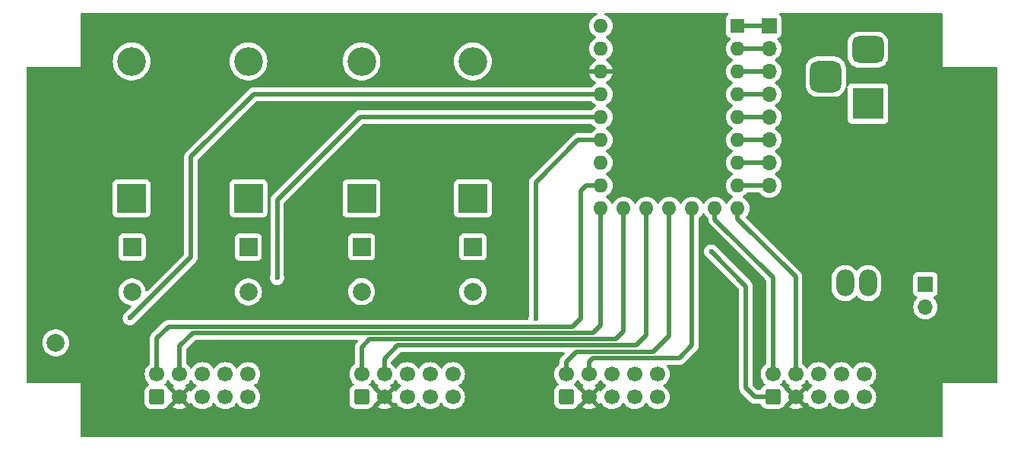
<source format=gtl>
G04 #@! TF.GenerationSoftware,KiCad,Pcbnew,8.0.0-rc1*
G04 #@! TF.CreationDate,2025-07-19T19:17:19+02:00*
G04 #@! TF.ProjectId,Pneumatic control unit system,506e6575-6d61-4746-9963-20636f6e7472,rev?*
G04 #@! TF.SameCoordinates,Original*
G04 #@! TF.FileFunction,Copper,L1,Top*
G04 #@! TF.FilePolarity,Positive*
%FSLAX46Y46*%
G04 Gerber Fmt 4.6, Leading zero omitted, Abs format (unit mm)*
G04 Created by KiCad (PCBNEW 8.0.0-rc1) date 2025-07-19 19:17:19*
%MOMM*%
%LPD*%
G01*
G04 APERTURE LIST*
G04 Aperture macros list*
%AMRoundRect*
0 Rectangle with rounded corners*
0 $1 Rounding radius*
0 $2 $3 $4 $5 $6 $7 $8 $9 X,Y pos of 4 corners*
0 Add a 4 corners polygon primitive as box body*
4,1,4,$2,$3,$4,$5,$6,$7,$8,$9,$2,$3,0*
0 Add four circle primitives for the rounded corners*
1,1,$1+$1,$2,$3*
1,1,$1+$1,$4,$5*
1,1,$1+$1,$6,$7*
1,1,$1+$1,$8,$9*
0 Add four rect primitives between the rounded corners*
20,1,$1+$1,$2,$3,$4,$5,0*
20,1,$1+$1,$4,$5,$6,$7,0*
20,1,$1+$1,$6,$7,$8,$9,0*
20,1,$1+$1,$8,$9,$2,$3,0*%
G04 Aperture macros list end*
G04 #@! TA.AperFunction,ComponentPad*
%ADD10RoundRect,0.250000X0.600000X-0.600000X0.600000X0.600000X-0.600000X0.600000X-0.600000X-0.600000X0*%
G04 #@! TD*
G04 #@! TA.AperFunction,ComponentPad*
%ADD11C,1.700000*%
G04 #@! TD*
G04 #@! TA.AperFunction,ComponentPad*
%ADD12C,2.000000*%
G04 #@! TD*
G04 #@! TA.AperFunction,ComponentPad*
%ADD13R,2.000000X2.000000*%
G04 #@! TD*
G04 #@! TA.AperFunction,ComponentPad*
%ADD14R,3.200000X3.200000*%
G04 #@! TD*
G04 #@! TA.AperFunction,ComponentPad*
%ADD15O,3.200000X3.200000*%
G04 #@! TD*
G04 #@! TA.AperFunction,ComponentPad*
%ADD16R,1.700000X1.700000*%
G04 #@! TD*
G04 #@! TA.AperFunction,ComponentPad*
%ADD17O,1.700000X1.700000*%
G04 #@! TD*
G04 #@! TA.AperFunction,ComponentPad*
%ADD18R,1.600000X1.600000*%
G04 #@! TD*
G04 #@! TA.AperFunction,ComponentPad*
%ADD19O,1.600000X1.600000*%
G04 #@! TD*
G04 #@! TA.AperFunction,ComponentPad*
%ADD20R,3.500000X3.500000*%
G04 #@! TD*
G04 #@! TA.AperFunction,ComponentPad*
%ADD21RoundRect,0.750000X-1.000000X0.750000X-1.000000X-0.750000X1.000000X-0.750000X1.000000X0.750000X0*%
G04 #@! TD*
G04 #@! TA.AperFunction,ComponentPad*
%ADD22RoundRect,0.875000X-0.875000X0.875000X-0.875000X-0.875000X0.875000X-0.875000X0.875000X0.875000X0*%
G04 #@! TD*
G04 #@! TA.AperFunction,ComponentPad*
%ADD23O,2.000000X3.000000*%
G04 #@! TD*
G04 #@! TA.AperFunction,ViaPad*
%ADD24C,0.600000*%
G04 #@! TD*
G04 #@! TA.AperFunction,Conductor*
%ADD25C,0.500000*%
G04 #@! TD*
G04 APERTURE END LIST*
D10*
X183600000Y-144540000D03*
D11*
X183600000Y-142000000D03*
X186140000Y-144540000D03*
X186140000Y-142000000D03*
X188680000Y-144540000D03*
X188680000Y-142000000D03*
X191220000Y-144540000D03*
X191220000Y-142000000D03*
X193760000Y-144540000D03*
X193760000Y-142000000D03*
D12*
X103750000Y-138500000D03*
D10*
X160600000Y-144540000D03*
D11*
X160600000Y-142000000D03*
X163140000Y-144540000D03*
X163140000Y-142000000D03*
X165680000Y-144540000D03*
X165680000Y-142000000D03*
X168220000Y-144540000D03*
X168220000Y-142000000D03*
X170760000Y-144540000D03*
X170760000Y-142000000D03*
D13*
X137800000Y-127800000D03*
D12*
X137800000Y-132800000D03*
D14*
X112200000Y-122400000D03*
D15*
X112200000Y-107160000D03*
D10*
X115000000Y-144540000D03*
D11*
X115000000Y-142000000D03*
X117540000Y-144540000D03*
X117540000Y-142000000D03*
X120080000Y-144540000D03*
X120080000Y-142000000D03*
X122620000Y-144540000D03*
X122620000Y-142000000D03*
X125160000Y-144540000D03*
X125160000Y-142000000D03*
D13*
X150200000Y-127800000D03*
D12*
X150200000Y-132800000D03*
D16*
X183200000Y-103195000D03*
D17*
X183200000Y-105735000D03*
X183200000Y-108275000D03*
X183200000Y-110815000D03*
X183200000Y-113355000D03*
X183200000Y-115895000D03*
X183200000Y-118435000D03*
X183200000Y-120975000D03*
D10*
X137800000Y-144540000D03*
D11*
X137800000Y-142000000D03*
X140340000Y-144540000D03*
X140340000Y-142000000D03*
X142880000Y-144540000D03*
X142880000Y-142000000D03*
X145420000Y-144540000D03*
X145420000Y-142000000D03*
X147960000Y-144540000D03*
X147960000Y-142000000D03*
D14*
X150200000Y-122400000D03*
D15*
X150200000Y-107160000D03*
D14*
X137800000Y-122400000D03*
D15*
X137800000Y-107160000D03*
D18*
X179703200Y-103200000D03*
D19*
X179703200Y-105740000D03*
X179703200Y-108280000D03*
X179703200Y-110820000D03*
X179703200Y-113360000D03*
X179703200Y-115900000D03*
X179703200Y-118440000D03*
X179703200Y-120980000D03*
X179703200Y-123520000D03*
X177163200Y-123520000D03*
X174623200Y-123520000D03*
X172083200Y-123520000D03*
X169543200Y-123520000D03*
X167003200Y-123520000D03*
X164463200Y-123520000D03*
X164463200Y-120980000D03*
X164463200Y-118440000D03*
X164463200Y-115900000D03*
X164463200Y-113360000D03*
X164463200Y-110820000D03*
X164463200Y-108280000D03*
X164463200Y-105740000D03*
X164463200Y-103200000D03*
D16*
X200600000Y-132000000D03*
D17*
X200600000Y-134540000D03*
D20*
X194200000Y-111850000D03*
D21*
X194200000Y-105850000D03*
D22*
X189500000Y-108850000D03*
D14*
X125200000Y-122400000D03*
D15*
X125200000Y-107160000D03*
D13*
X112250000Y-127850000D03*
D12*
X112250000Y-132850000D03*
D13*
X125200000Y-127832323D03*
D12*
X125200000Y-132832323D03*
D23*
X194203200Y-131850000D03*
X191663200Y-131850000D03*
D24*
X112000000Y-135750000D03*
X157200000Y-135800000D03*
X128400000Y-131250000D03*
X176750000Y-128350000D03*
D25*
X179703200Y-103200000D02*
X183195000Y-103200000D01*
X183195000Y-103200000D02*
X183200000Y-103195000D01*
X179703200Y-108280000D02*
X183195000Y-108280000D01*
X183195000Y-108280000D02*
X183200000Y-108275000D01*
X179703200Y-105740000D02*
X183195000Y-105740000D01*
X183195000Y-105740000D02*
X183200000Y-105735000D01*
X179703200Y-110820000D02*
X183195000Y-110820000D01*
X183195000Y-110820000D02*
X183200000Y-110815000D01*
X164463200Y-136536800D02*
X164463200Y-123520000D01*
X163600000Y-137400000D02*
X164463200Y-136536800D01*
X117540000Y-138860000D02*
X119000000Y-137400000D01*
X117540000Y-142000000D02*
X117540000Y-138860000D01*
X119000000Y-137400000D02*
X163600000Y-137400000D01*
X164463200Y-120980000D02*
X162820000Y-120980000D01*
X116300000Y-136700000D02*
X115000000Y-138000000D01*
X115000000Y-138000000D02*
X115000000Y-142000000D01*
X162820000Y-120980000D02*
X162200000Y-121600000D01*
X162200000Y-135800000D02*
X161300000Y-136700000D01*
X161300000Y-136700000D02*
X116300000Y-136700000D01*
X162200000Y-135800000D02*
X162200000Y-121600000D01*
X112000000Y-135750000D02*
X118800000Y-128950000D01*
X125780000Y-110820000D02*
X164463200Y-110820000D01*
X118800000Y-117800000D02*
X118800000Y-128500000D01*
X118800000Y-117800000D02*
X125780000Y-110820000D01*
X118800000Y-128950000D02*
X118800000Y-128500000D01*
X161900000Y-115900000D02*
X164463200Y-115900000D01*
X157200000Y-135800000D02*
X157200000Y-120600000D01*
X157200000Y-120600000D02*
X161900000Y-115900000D01*
X186140000Y-131140000D02*
X179703200Y-124703200D01*
X179703200Y-124703200D02*
X179703200Y-123520000D01*
X186140000Y-131140000D02*
X186140000Y-142000000D01*
X137640000Y-113360000D02*
X164463200Y-113360000D01*
X128400000Y-122600000D02*
X137640000Y-113360000D01*
X128400000Y-131250000D02*
X128400000Y-122600000D01*
X141800000Y-138800000D02*
X168400000Y-138800000D01*
X168400000Y-138800000D02*
X169543200Y-137656800D01*
X140340000Y-140260000D02*
X141800000Y-138800000D01*
X140340000Y-142000000D02*
X140340000Y-140260000D01*
X169543200Y-137656800D02*
X169543200Y-123520000D01*
X174623200Y-123520000D02*
X174623200Y-138776800D01*
X173200000Y-140200000D02*
X174623200Y-138776800D01*
X163140000Y-142000000D02*
X163140000Y-140660000D01*
X163140000Y-140660000D02*
X163600000Y-140200000D01*
X163600000Y-140200000D02*
X173200000Y-140200000D01*
X161700000Y-139500000D02*
X170300000Y-139500000D01*
X160600000Y-140600000D02*
X161700000Y-139500000D01*
X160600000Y-142000000D02*
X160600000Y-140600000D01*
X172083200Y-123520000D02*
X172083200Y-137716800D01*
X170300000Y-139500000D02*
X172083200Y-137716800D01*
X180600000Y-143540000D02*
X181600000Y-144540000D01*
X176750000Y-128350000D02*
X180600000Y-132200000D01*
X181600000Y-144540000D02*
X183600000Y-144540000D01*
X180600000Y-143540000D02*
X180600000Y-132200000D01*
X166100000Y-138100000D02*
X167003200Y-137196800D01*
X138700000Y-138100000D02*
X166100000Y-138100000D01*
X137800000Y-142000000D02*
X137800000Y-139000000D01*
X137800000Y-139000000D02*
X138700000Y-138100000D01*
X167003200Y-137196800D02*
X167003200Y-123520000D01*
X183600000Y-131200000D02*
X177163200Y-124763200D01*
X177163200Y-124763200D02*
X177163200Y-123520000D01*
X183600000Y-131200000D02*
X183600000Y-142000000D01*
X179703200Y-118440000D02*
X183195000Y-118440000D01*
X183195000Y-118440000D02*
X183200000Y-118435000D01*
X179703200Y-113360000D02*
X183195000Y-113360000D01*
X183195000Y-113360000D02*
X183200000Y-113355000D01*
X183195000Y-115900000D02*
X183200000Y-115895000D01*
X179703200Y-115900000D02*
X183195000Y-115900000D01*
X179703200Y-120980000D02*
X183195000Y-120980000D01*
X183195000Y-120980000D02*
X183200000Y-120975000D01*
X164500000Y-103236800D02*
X164463200Y-103200000D01*
G04 #@! TA.AperFunction,Conductor*
G36*
X164002128Y-101770185D02*
G01*
X164047883Y-101822989D01*
X164057827Y-101892147D01*
X164028802Y-101955703D01*
X163987494Y-101986882D01*
X163810467Y-102069431D01*
X163810465Y-102069432D01*
X163624058Y-102199954D01*
X163463154Y-102360858D01*
X163332632Y-102547265D01*
X163332631Y-102547267D01*
X163236461Y-102753502D01*
X163236458Y-102753511D01*
X163177566Y-102973302D01*
X163177564Y-102973313D01*
X163157732Y-103199998D01*
X163157732Y-103200001D01*
X163177564Y-103426686D01*
X163177566Y-103426697D01*
X163236458Y-103646488D01*
X163236461Y-103646497D01*
X163332631Y-103852732D01*
X163332632Y-103852734D01*
X163463154Y-104039141D01*
X163624058Y-104200045D01*
X163624061Y-104200047D01*
X163810466Y-104330568D01*
X163868475Y-104357618D01*
X163920914Y-104403791D01*
X163940066Y-104470984D01*
X163919850Y-104537865D01*
X163868475Y-104582382D01*
X163810467Y-104609431D01*
X163810465Y-104609432D01*
X163624058Y-104739954D01*
X163463154Y-104900858D01*
X163332632Y-105087265D01*
X163332631Y-105087267D01*
X163236461Y-105293502D01*
X163236458Y-105293511D01*
X163177566Y-105513302D01*
X163177564Y-105513313D01*
X163157732Y-105739998D01*
X163157732Y-105740001D01*
X163177564Y-105966686D01*
X163177566Y-105966697D01*
X163236458Y-106186488D01*
X163236461Y-106186497D01*
X163332631Y-106392732D01*
X163332632Y-106392734D01*
X163463154Y-106579141D01*
X163624058Y-106740045D01*
X163624061Y-106740047D01*
X163810466Y-106870568D01*
X163869065Y-106897893D01*
X163921505Y-106944065D01*
X163940657Y-107011258D01*
X163920442Y-107078139D01*
X163869067Y-107122657D01*
X163810715Y-107149867D01*
X163624379Y-107280342D01*
X163463542Y-107441179D01*
X163333065Y-107627517D01*
X163236934Y-107833673D01*
X163236930Y-107833682D01*
X163184327Y-108029999D01*
X163184328Y-108030000D01*
X164030188Y-108030000D01*
X163997275Y-108087007D01*
X163963200Y-108214174D01*
X163963200Y-108345826D01*
X163997275Y-108472993D01*
X164030188Y-108530000D01*
X163184328Y-108530000D01*
X163236930Y-108726317D01*
X163236934Y-108726326D01*
X163333065Y-108932482D01*
X163463542Y-109118820D01*
X163624379Y-109279657D01*
X163810718Y-109410134D01*
X163810720Y-109410135D01*
X163869065Y-109437342D01*
X163921505Y-109483514D01*
X163940657Y-109550707D01*
X163920442Y-109617589D01*
X163869067Y-109662105D01*
X163810468Y-109689431D01*
X163810464Y-109689433D01*
X163624058Y-109819954D01*
X163463154Y-109980858D01*
X163438112Y-110016623D01*
X163383535Y-110060248D01*
X163336537Y-110069500D01*
X125706076Y-110069500D01*
X125677242Y-110075234D01*
X125677243Y-110075235D01*
X125561093Y-110098339D01*
X125561083Y-110098342D01*
X125481081Y-110131479D01*
X125481082Y-110131480D01*
X125424506Y-110154915D01*
X125391128Y-110177218D01*
X125301582Y-110237049D01*
X125301579Y-110237052D01*
X118217050Y-117321580D01*
X118217044Y-117321588D01*
X118167812Y-117395268D01*
X118167813Y-117395269D01*
X118134921Y-117444496D01*
X118134914Y-117444508D01*
X118078342Y-117581086D01*
X118078340Y-117581092D01*
X118049500Y-117726079D01*
X118049500Y-128587770D01*
X118029815Y-128654809D01*
X118013181Y-128675451D01*
X113951159Y-132737472D01*
X113889836Y-132770957D01*
X113820144Y-132765973D01*
X113764211Y-132724101D01*
X113739901Y-132660032D01*
X113735108Y-132602179D01*
X113722445Y-132552175D01*
X113674063Y-132361118D01*
X113574173Y-132133393D01*
X113438166Y-131925217D01*
X113396370Y-131879815D01*
X113269744Y-131742262D01*
X113073509Y-131589526D01*
X113073507Y-131589525D01*
X113073506Y-131589524D01*
X112854811Y-131471172D01*
X112854802Y-131471169D01*
X112619616Y-131390429D01*
X112374335Y-131349500D01*
X112125665Y-131349500D01*
X111880383Y-131390429D01*
X111645197Y-131471169D01*
X111645188Y-131471172D01*
X111426493Y-131589524D01*
X111230257Y-131742261D01*
X111061833Y-131925217D01*
X110925826Y-132133393D01*
X110825936Y-132361118D01*
X110764892Y-132602175D01*
X110764890Y-132602187D01*
X110744357Y-132849994D01*
X110744357Y-132850005D01*
X110764890Y-133097812D01*
X110764892Y-133097824D01*
X110825936Y-133338881D01*
X110925826Y-133566606D01*
X111061833Y-133774782D01*
X111061836Y-133774785D01*
X111230256Y-133957738D01*
X111426491Y-134110474D01*
X111645190Y-134228828D01*
X111880386Y-134309571D01*
X112030679Y-134334650D01*
X112070135Y-134341234D01*
X112133021Y-134371684D01*
X112169460Y-134431299D01*
X112167885Y-134501151D01*
X112137407Y-134551224D01*
X111691939Y-134996692D01*
X111655872Y-135019359D01*
X111656753Y-135021188D01*
X111650483Y-135024207D01*
X111497737Y-135120184D01*
X111370184Y-135247737D01*
X111274211Y-135400476D01*
X111214631Y-135570745D01*
X111214630Y-135570750D01*
X111194435Y-135749996D01*
X111194435Y-135750003D01*
X111214630Y-135929249D01*
X111214631Y-135929254D01*
X111274211Y-136099523D01*
X111309381Y-136155495D01*
X111370184Y-136252262D01*
X111497738Y-136379816D01*
X111650478Y-136475789D01*
X111742112Y-136507853D01*
X111820745Y-136535368D01*
X111820750Y-136535369D01*
X111999996Y-136555565D01*
X112000000Y-136555565D01*
X112000004Y-136555565D01*
X112179249Y-136535369D01*
X112179252Y-136535368D01*
X112179255Y-136535368D01*
X112349522Y-136475789D01*
X112502262Y-136379816D01*
X112629816Y-136252262D01*
X112725789Y-136099522D01*
X112725790Y-136099520D01*
X112728812Y-136093245D01*
X112730652Y-136094131D01*
X112753307Y-136058058D01*
X115979038Y-132832328D01*
X123694357Y-132832328D01*
X123714890Y-133080135D01*
X123714892Y-133080147D01*
X123775936Y-133321204D01*
X123875826Y-133548929D01*
X124011833Y-133757105D01*
X124011836Y-133757108D01*
X124180256Y-133940061D01*
X124376491Y-134092797D01*
X124595190Y-134211151D01*
X124830386Y-134291894D01*
X125075665Y-134332823D01*
X125324335Y-134332823D01*
X125569614Y-134291894D01*
X125804810Y-134211151D01*
X126023509Y-134092797D01*
X126219744Y-133940061D01*
X126388164Y-133757108D01*
X126524173Y-133548930D01*
X126624063Y-133321204D01*
X126685108Y-133080144D01*
X126687786Y-133047824D01*
X126705643Y-132832328D01*
X126705643Y-132832317D01*
X126702966Y-132800005D01*
X136294357Y-132800005D01*
X136314890Y-133047812D01*
X136314892Y-133047824D01*
X136375936Y-133288881D01*
X136475826Y-133516606D01*
X136611833Y-133724782D01*
X136611836Y-133724785D01*
X136780256Y-133907738D01*
X136976491Y-134060474D01*
X137195190Y-134178828D01*
X137430386Y-134259571D01*
X137675665Y-134300500D01*
X137924335Y-134300500D01*
X138169614Y-134259571D01*
X138404810Y-134178828D01*
X138623509Y-134060474D01*
X138819744Y-133907738D01*
X138988164Y-133724785D01*
X139124173Y-133516607D01*
X139224063Y-133288881D01*
X139285108Y-133047821D01*
X139295203Y-132925992D01*
X139305643Y-132800005D01*
X148694357Y-132800005D01*
X148714890Y-133047812D01*
X148714892Y-133047824D01*
X148775936Y-133288881D01*
X148875826Y-133516606D01*
X149011833Y-133724782D01*
X149011836Y-133724785D01*
X149180256Y-133907738D01*
X149376491Y-134060474D01*
X149595190Y-134178828D01*
X149830386Y-134259571D01*
X150075665Y-134300500D01*
X150324335Y-134300500D01*
X150569614Y-134259571D01*
X150804810Y-134178828D01*
X151023509Y-134060474D01*
X151219744Y-133907738D01*
X151388164Y-133724785D01*
X151524173Y-133516607D01*
X151624063Y-133288881D01*
X151685108Y-133047821D01*
X151695203Y-132925992D01*
X151705643Y-132800005D01*
X151705643Y-132799994D01*
X151685109Y-132552187D01*
X151685107Y-132552175D01*
X151624063Y-132311118D01*
X151524173Y-132083393D01*
X151388166Y-131875217D01*
X151359887Y-131844498D01*
X151219744Y-131692262D01*
X151023509Y-131539526D01*
X151023507Y-131539525D01*
X151023506Y-131539524D01*
X150804811Y-131421172D01*
X150804802Y-131421169D01*
X150569616Y-131340429D01*
X150324335Y-131299500D01*
X150075665Y-131299500D01*
X149830383Y-131340429D01*
X149595197Y-131421169D01*
X149595188Y-131421172D01*
X149376493Y-131539524D01*
X149180257Y-131692261D01*
X149011833Y-131875217D01*
X148875826Y-132083393D01*
X148775936Y-132311118D01*
X148714892Y-132552175D01*
X148714890Y-132552187D01*
X148694357Y-132799994D01*
X148694357Y-132800005D01*
X139305643Y-132800005D01*
X139305643Y-132799994D01*
X139285109Y-132552187D01*
X139285107Y-132552175D01*
X139224063Y-132311118D01*
X139124173Y-132083393D01*
X138988166Y-131875217D01*
X138959887Y-131844498D01*
X138819744Y-131692262D01*
X138623509Y-131539526D01*
X138623507Y-131539525D01*
X138623506Y-131539524D01*
X138404811Y-131421172D01*
X138404802Y-131421169D01*
X138169616Y-131340429D01*
X137924335Y-131299500D01*
X137675665Y-131299500D01*
X137430383Y-131340429D01*
X137195197Y-131421169D01*
X137195188Y-131421172D01*
X136976493Y-131539524D01*
X136780257Y-131692261D01*
X136611833Y-131875217D01*
X136475826Y-132083393D01*
X136375936Y-132311118D01*
X136314892Y-132552175D01*
X136314890Y-132552187D01*
X136294357Y-132799994D01*
X136294357Y-132800005D01*
X126702966Y-132800005D01*
X126685109Y-132584510D01*
X126685107Y-132584498D01*
X126624063Y-132343441D01*
X126524173Y-132115716D01*
X126388166Y-131907540D01*
X126358409Y-131875215D01*
X126219744Y-131724585D01*
X126023509Y-131571849D01*
X126023507Y-131571848D01*
X126023506Y-131571847D01*
X125804811Y-131453495D01*
X125804802Y-131453492D01*
X125569616Y-131372752D01*
X125324335Y-131331823D01*
X125075665Y-131331823D01*
X124830383Y-131372752D01*
X124595197Y-131453492D01*
X124595188Y-131453495D01*
X124376493Y-131571847D01*
X124180257Y-131724584D01*
X124011833Y-131907540D01*
X123875826Y-132115716D01*
X123775936Y-132343441D01*
X123714892Y-132584498D01*
X123714890Y-132584510D01*
X123694357Y-132832317D01*
X123694357Y-132832328D01*
X115979038Y-132832328D01*
X119382951Y-129428416D01*
X119465084Y-129305495D01*
X119469930Y-129293797D01*
X119490640Y-129243797D01*
X119521658Y-129168913D01*
X119536891Y-129092335D01*
X119550500Y-129023920D01*
X119550500Y-128880193D01*
X123699500Y-128880193D01*
X123699501Y-128880199D01*
X123705908Y-128939806D01*
X123756202Y-129074651D01*
X123756206Y-129074658D01*
X123842452Y-129189867D01*
X123842455Y-129189870D01*
X123957664Y-129276116D01*
X123957671Y-129276120D01*
X124092517Y-129326414D01*
X124092516Y-129326414D01*
X124099444Y-129327158D01*
X124152127Y-129332823D01*
X126247872Y-129332822D01*
X126307483Y-129326414D01*
X126442331Y-129276119D01*
X126557546Y-129189869D01*
X126643796Y-129074654D01*
X126694091Y-128939806D01*
X126700500Y-128880196D01*
X126700499Y-126784451D01*
X126694091Y-126724840D01*
X126682035Y-126692517D01*
X126643797Y-126589994D01*
X126643793Y-126589987D01*
X126557547Y-126474778D01*
X126557544Y-126474775D01*
X126442335Y-126388529D01*
X126442328Y-126388525D01*
X126307482Y-126338231D01*
X126307483Y-126338231D01*
X126247883Y-126331824D01*
X126247881Y-126331823D01*
X126247873Y-126331823D01*
X126247864Y-126331823D01*
X124152129Y-126331823D01*
X124152123Y-126331824D01*
X124092516Y-126338231D01*
X123957671Y-126388525D01*
X123957664Y-126388529D01*
X123842455Y-126474775D01*
X123842452Y-126474778D01*
X123756206Y-126589987D01*
X123756202Y-126589994D01*
X123705908Y-126724840D01*
X123702974Y-126752135D01*
X123699501Y-126784446D01*
X123699500Y-126784458D01*
X123699500Y-128880193D01*
X119550500Y-128880193D01*
X119550500Y-124047870D01*
X123099500Y-124047870D01*
X123099501Y-124047876D01*
X123105908Y-124107483D01*
X123156202Y-124242328D01*
X123156206Y-124242335D01*
X123242452Y-124357544D01*
X123242455Y-124357547D01*
X123357664Y-124443793D01*
X123357671Y-124443797D01*
X123492517Y-124494091D01*
X123492516Y-124494091D01*
X123499444Y-124494835D01*
X123552127Y-124500500D01*
X126847872Y-124500499D01*
X126907483Y-124494091D01*
X127042331Y-124443796D01*
X127157546Y-124357546D01*
X127243796Y-124242331D01*
X127294091Y-124107483D01*
X127300500Y-124047873D01*
X127300499Y-120752128D01*
X127294091Y-120692517D01*
X127243796Y-120557669D01*
X127243795Y-120557668D01*
X127243793Y-120557664D01*
X127157547Y-120442455D01*
X127157544Y-120442452D01*
X127042335Y-120356206D01*
X127042328Y-120356202D01*
X126907482Y-120305908D01*
X126907483Y-120305908D01*
X126847883Y-120299501D01*
X126847881Y-120299500D01*
X126847873Y-120299500D01*
X126847864Y-120299500D01*
X123552129Y-120299500D01*
X123552123Y-120299501D01*
X123492516Y-120305908D01*
X123357671Y-120356202D01*
X123357664Y-120356206D01*
X123242455Y-120442452D01*
X123242452Y-120442455D01*
X123156206Y-120557664D01*
X123156202Y-120557671D01*
X123105908Y-120692517D01*
X123100847Y-120739596D01*
X123099501Y-120752123D01*
X123099500Y-120752135D01*
X123099500Y-124047870D01*
X119550500Y-124047870D01*
X119550500Y-118162229D01*
X119570185Y-118095190D01*
X119586819Y-118074548D01*
X126054548Y-111606819D01*
X126115871Y-111573334D01*
X126142229Y-111570500D01*
X163336537Y-111570500D01*
X163403576Y-111590185D01*
X163438112Y-111623377D01*
X163463154Y-111659141D01*
X163624058Y-111820045D01*
X163624061Y-111820047D01*
X163810466Y-111950568D01*
X163868475Y-111977618D01*
X163920914Y-112023791D01*
X163940066Y-112090984D01*
X163919850Y-112157865D01*
X163868475Y-112202382D01*
X163810467Y-112229431D01*
X163810465Y-112229432D01*
X163624058Y-112359954D01*
X163463154Y-112520858D01*
X163438112Y-112556623D01*
X163383535Y-112600248D01*
X163336537Y-112609500D01*
X137566080Y-112609500D01*
X137421092Y-112638340D01*
X137421082Y-112638343D01*
X137284511Y-112694912D01*
X137284498Y-112694919D01*
X137161584Y-112777048D01*
X137161580Y-112777051D01*
X127817052Y-122121578D01*
X127817049Y-122121581D01*
X127776043Y-122182951D01*
X127776044Y-122182952D01*
X127734914Y-122244508D01*
X127678343Y-122381082D01*
X127678340Y-122381092D01*
X127649500Y-122526079D01*
X127649500Y-130950028D01*
X127642542Y-130990982D01*
X127614631Y-131070747D01*
X127594435Y-131249996D01*
X127594435Y-131250003D01*
X127614630Y-131429249D01*
X127614631Y-131429254D01*
X127674211Y-131599523D01*
X127732483Y-131692261D01*
X127770184Y-131752262D01*
X127897738Y-131879816D01*
X128050478Y-131975789D01*
X128220745Y-132035368D01*
X128220750Y-132035369D01*
X128399996Y-132055565D01*
X128400000Y-132055565D01*
X128400004Y-132055565D01*
X128579249Y-132035369D01*
X128579252Y-132035368D01*
X128579255Y-132035368D01*
X128749522Y-131975789D01*
X128902262Y-131879816D01*
X129029816Y-131752262D01*
X129125789Y-131599522D01*
X129185368Y-131429255D01*
X129189743Y-131390429D01*
X129205565Y-131250003D01*
X129205565Y-131249996D01*
X129185368Y-131070747D01*
X129185368Y-131070745D01*
X129157458Y-130990982D01*
X129150500Y-130950028D01*
X129150500Y-128847870D01*
X136299500Y-128847870D01*
X136299501Y-128847876D01*
X136305908Y-128907483D01*
X136356202Y-129042328D01*
X136356206Y-129042335D01*
X136442452Y-129157544D01*
X136442455Y-129157547D01*
X136557664Y-129243793D01*
X136557671Y-129243797D01*
X136692517Y-129294091D01*
X136692516Y-129294091D01*
X136699444Y-129294835D01*
X136752127Y-129300500D01*
X138847872Y-129300499D01*
X138907483Y-129294091D01*
X139042331Y-129243796D01*
X139157546Y-129157546D01*
X139243796Y-129042331D01*
X139294091Y-128907483D01*
X139300500Y-128847873D01*
X139300500Y-128847870D01*
X148699500Y-128847870D01*
X148699501Y-128847876D01*
X148705908Y-128907483D01*
X148756202Y-129042328D01*
X148756206Y-129042335D01*
X148842452Y-129157544D01*
X148842455Y-129157547D01*
X148957664Y-129243793D01*
X148957671Y-129243797D01*
X149092517Y-129294091D01*
X149092516Y-129294091D01*
X149099444Y-129294835D01*
X149152127Y-129300500D01*
X151247872Y-129300499D01*
X151307483Y-129294091D01*
X151442331Y-129243796D01*
X151557546Y-129157546D01*
X151643796Y-129042331D01*
X151694091Y-128907483D01*
X151700500Y-128847873D01*
X151700499Y-126752128D01*
X151694091Y-126692517D01*
X151655852Y-126589994D01*
X151643797Y-126557671D01*
X151643793Y-126557664D01*
X151557547Y-126442455D01*
X151557544Y-126442452D01*
X151442335Y-126356206D01*
X151442328Y-126356202D01*
X151307482Y-126305908D01*
X151307483Y-126305908D01*
X151247883Y-126299501D01*
X151247881Y-126299500D01*
X151247873Y-126299500D01*
X151247864Y-126299500D01*
X149152129Y-126299500D01*
X149152123Y-126299501D01*
X149092516Y-126305908D01*
X148957671Y-126356202D01*
X148957664Y-126356206D01*
X148842455Y-126442452D01*
X148842452Y-126442455D01*
X148756206Y-126557664D01*
X148756202Y-126557671D01*
X148705908Y-126692517D01*
X148700533Y-126742516D01*
X148699501Y-126752123D01*
X148699500Y-126752135D01*
X148699500Y-128847870D01*
X139300500Y-128847870D01*
X139300499Y-126752128D01*
X139294091Y-126692517D01*
X139255852Y-126589994D01*
X139243797Y-126557671D01*
X139243793Y-126557664D01*
X139157547Y-126442455D01*
X139157544Y-126442452D01*
X139042335Y-126356206D01*
X139042328Y-126356202D01*
X138907482Y-126305908D01*
X138907483Y-126305908D01*
X138847883Y-126299501D01*
X138847881Y-126299500D01*
X138847873Y-126299500D01*
X138847864Y-126299500D01*
X136752129Y-126299500D01*
X136752123Y-126299501D01*
X136692516Y-126305908D01*
X136557671Y-126356202D01*
X136557664Y-126356206D01*
X136442455Y-126442452D01*
X136442452Y-126442455D01*
X136356206Y-126557664D01*
X136356202Y-126557671D01*
X136305908Y-126692517D01*
X136300533Y-126742516D01*
X136299501Y-126752123D01*
X136299500Y-126752135D01*
X136299500Y-128847870D01*
X129150500Y-128847870D01*
X129150500Y-124047870D01*
X135699500Y-124047870D01*
X135699501Y-124047876D01*
X135705908Y-124107483D01*
X135756202Y-124242328D01*
X135756206Y-124242335D01*
X135842452Y-124357544D01*
X135842455Y-124357547D01*
X135957664Y-124443793D01*
X135957671Y-124443797D01*
X136092517Y-124494091D01*
X136092516Y-124494091D01*
X136099444Y-124494835D01*
X136152127Y-124500500D01*
X139447872Y-124500499D01*
X139507483Y-124494091D01*
X139642331Y-124443796D01*
X139757546Y-124357546D01*
X139843796Y-124242331D01*
X139894091Y-124107483D01*
X139900500Y-124047873D01*
X139900500Y-124047870D01*
X148099500Y-124047870D01*
X148099501Y-124047876D01*
X148105908Y-124107483D01*
X148156202Y-124242328D01*
X148156206Y-124242335D01*
X148242452Y-124357544D01*
X148242455Y-124357547D01*
X148357664Y-124443793D01*
X148357671Y-124443797D01*
X148492517Y-124494091D01*
X148492516Y-124494091D01*
X148499444Y-124494835D01*
X148552127Y-124500500D01*
X151847872Y-124500499D01*
X151907483Y-124494091D01*
X152042331Y-124443796D01*
X152157546Y-124357546D01*
X152243796Y-124242331D01*
X152294091Y-124107483D01*
X152300500Y-124047873D01*
X152300499Y-120752128D01*
X152294091Y-120692517D01*
X152243796Y-120557669D01*
X152243795Y-120557668D01*
X152243793Y-120557664D01*
X152157547Y-120442455D01*
X152157544Y-120442452D01*
X152042335Y-120356206D01*
X152042328Y-120356202D01*
X151907482Y-120305908D01*
X151907483Y-120305908D01*
X151847883Y-120299501D01*
X151847881Y-120299500D01*
X151847873Y-120299500D01*
X151847864Y-120299500D01*
X148552129Y-120299500D01*
X148552123Y-120299501D01*
X148492516Y-120305908D01*
X148357671Y-120356202D01*
X148357664Y-120356206D01*
X148242455Y-120442452D01*
X148242452Y-120442455D01*
X148156206Y-120557664D01*
X148156202Y-120557671D01*
X148105908Y-120692517D01*
X148100847Y-120739596D01*
X148099501Y-120752123D01*
X148099500Y-120752135D01*
X148099500Y-124047870D01*
X139900500Y-124047870D01*
X139900499Y-120752128D01*
X139894091Y-120692517D01*
X139843796Y-120557669D01*
X139843795Y-120557668D01*
X139843793Y-120557664D01*
X139757547Y-120442455D01*
X139757544Y-120442452D01*
X139642335Y-120356206D01*
X139642328Y-120356202D01*
X139507482Y-120305908D01*
X139507483Y-120305908D01*
X139447883Y-120299501D01*
X139447881Y-120299500D01*
X139447873Y-120299500D01*
X139447864Y-120299500D01*
X136152129Y-120299500D01*
X136152123Y-120299501D01*
X136092516Y-120305908D01*
X135957671Y-120356202D01*
X135957664Y-120356206D01*
X135842455Y-120442452D01*
X135842452Y-120442455D01*
X135756206Y-120557664D01*
X135756202Y-120557671D01*
X135705908Y-120692517D01*
X135700847Y-120739596D01*
X135699501Y-120752123D01*
X135699500Y-120752135D01*
X135699500Y-124047870D01*
X129150500Y-124047870D01*
X129150500Y-122962229D01*
X129170185Y-122895190D01*
X129186819Y-122874548D01*
X137914548Y-114146819D01*
X137975871Y-114113334D01*
X138002229Y-114110500D01*
X163336537Y-114110500D01*
X163403576Y-114130185D01*
X163438112Y-114163377D01*
X163463154Y-114199141D01*
X163624058Y-114360045D01*
X163624061Y-114360047D01*
X163810466Y-114490568D01*
X163868475Y-114517618D01*
X163920914Y-114563791D01*
X163940066Y-114630984D01*
X163919850Y-114697865D01*
X163868475Y-114742382D01*
X163810467Y-114769431D01*
X163810465Y-114769432D01*
X163624058Y-114899954D01*
X163463154Y-115060858D01*
X163438112Y-115096623D01*
X163383535Y-115140248D01*
X163336537Y-115149500D01*
X161826076Y-115149500D01*
X161797242Y-115155234D01*
X161797243Y-115155235D01*
X161681093Y-115178339D01*
X161681083Y-115178342D01*
X161601081Y-115211479D01*
X161601082Y-115211480D01*
X161544506Y-115234915D01*
X161511128Y-115257218D01*
X161421579Y-115317051D01*
X156617050Y-120121580D01*
X156617044Y-120121588D01*
X156567812Y-120195268D01*
X156567813Y-120195269D01*
X156534921Y-120244496D01*
X156534914Y-120244508D01*
X156478342Y-120381086D01*
X156478340Y-120381092D01*
X156449500Y-120526079D01*
X156449500Y-135500028D01*
X156442542Y-135540982D01*
X156414631Y-135620747D01*
X156394435Y-135799996D01*
X156394435Y-135799998D01*
X156395744Y-135811614D01*
X156383691Y-135880436D01*
X156336343Y-135931816D01*
X156272524Y-135949500D01*
X116226082Y-135949500D01*
X116204219Y-135953849D01*
X116204218Y-135953849D01*
X116081095Y-135978339D01*
X116081092Y-135978340D01*
X116081088Y-135978341D01*
X116001080Y-136011481D01*
X116001078Y-136011481D01*
X115944506Y-136034915D01*
X115909383Y-136058384D01*
X115821582Y-136117049D01*
X114417048Y-137521583D01*
X114416109Y-137522989D01*
X114381214Y-137575215D01*
X114334919Y-137644499D01*
X114334912Y-137644511D01*
X114278343Y-137781082D01*
X114278340Y-137781092D01*
X114249500Y-137926079D01*
X114249500Y-140812298D01*
X114229815Y-140879337D01*
X114196625Y-140913872D01*
X114128595Y-140961507D01*
X113961505Y-141128597D01*
X113825965Y-141322169D01*
X113825964Y-141322171D01*
X113726098Y-141536335D01*
X113726094Y-141536344D01*
X113664938Y-141764586D01*
X113664936Y-141764596D01*
X113644341Y-141999999D01*
X113644341Y-142000000D01*
X113664936Y-142235403D01*
X113664938Y-142235413D01*
X113726094Y-142463655D01*
X113726096Y-142463659D01*
X113726097Y-142463663D01*
X113730000Y-142472032D01*
X113825965Y-142677830D01*
X113825967Y-142677834D01*
X113934281Y-142832521D01*
X113961505Y-142871401D01*
X114128599Y-143038495D01*
X114128604Y-143038499D01*
X114129968Y-143039643D01*
X114130407Y-143040303D01*
X114132427Y-143042323D01*
X114132021Y-143042728D01*
X114168669Y-143097815D01*
X114169776Y-143167676D01*
X114132937Y-143227046D01*
X114089267Y-143252336D01*
X114080669Y-143255184D01*
X114080663Y-143255187D01*
X113931342Y-143347289D01*
X113807289Y-143471342D01*
X113715187Y-143620663D01*
X113715185Y-143620668D01*
X113691207Y-143693031D01*
X113660001Y-143787203D01*
X113660001Y-143787204D01*
X113660000Y-143787204D01*
X113649500Y-143889983D01*
X113649500Y-145190001D01*
X113649501Y-145190018D01*
X113660000Y-145292796D01*
X113660001Y-145292799D01*
X113699303Y-145411402D01*
X113715186Y-145459334D01*
X113807288Y-145608656D01*
X113931344Y-145732712D01*
X114080666Y-145824814D01*
X114247203Y-145879999D01*
X114349991Y-145890500D01*
X115650008Y-145890499D01*
X115752797Y-145879999D01*
X115919334Y-145824814D01*
X116068656Y-145732712D01*
X116192712Y-145608656D01*
X116284814Y-145459334D01*
X116308794Y-145386965D01*
X116348565Y-145329523D01*
X116413081Y-145302699D01*
X116423861Y-145302585D01*
X117057037Y-144669409D01*
X117074075Y-144732993D01*
X117139901Y-144847007D01*
X117232993Y-144940099D01*
X117347007Y-145005925D01*
X117410590Y-145022962D01*
X116778625Y-145654925D01*
X116862421Y-145713599D01*
X117076507Y-145813429D01*
X117076516Y-145813433D01*
X117304673Y-145874567D01*
X117304684Y-145874569D01*
X117539998Y-145895157D01*
X117540002Y-145895157D01*
X117775315Y-145874569D01*
X117775326Y-145874567D01*
X118003483Y-145813433D01*
X118003492Y-145813429D01*
X118217578Y-145713600D01*
X118217582Y-145713598D01*
X118301373Y-145654926D01*
X118301373Y-145654925D01*
X117669409Y-145022962D01*
X117732993Y-145005925D01*
X117847007Y-144940099D01*
X117940099Y-144847007D01*
X118005925Y-144732993D01*
X118022962Y-144669410D01*
X118654925Y-145301373D01*
X118708119Y-145225405D01*
X118762696Y-145181781D01*
X118832195Y-145174588D01*
X118894549Y-145206110D01*
X118911269Y-145225405D01*
X119041505Y-145411401D01*
X119208599Y-145578495D01*
X119251675Y-145608657D01*
X119402165Y-145714032D01*
X119402167Y-145714033D01*
X119402170Y-145714035D01*
X119616337Y-145813903D01*
X119844592Y-145875063D01*
X120021034Y-145890500D01*
X120079999Y-145895659D01*
X120080000Y-145895659D01*
X120080001Y-145895659D01*
X120138966Y-145890500D01*
X120315408Y-145875063D01*
X120543663Y-145813903D01*
X120757830Y-145714035D01*
X120951401Y-145578495D01*
X121118495Y-145411401D01*
X121248425Y-145225842D01*
X121303002Y-145182217D01*
X121372500Y-145175023D01*
X121434855Y-145206546D01*
X121451575Y-145225842D01*
X121581500Y-145411395D01*
X121581505Y-145411401D01*
X121748599Y-145578495D01*
X121791675Y-145608657D01*
X121942165Y-145714032D01*
X121942167Y-145714033D01*
X121942170Y-145714035D01*
X122156337Y-145813903D01*
X122384592Y-145875063D01*
X122561034Y-145890500D01*
X122619999Y-145895659D01*
X122620000Y-145895659D01*
X122620001Y-145895659D01*
X122678966Y-145890500D01*
X122855408Y-145875063D01*
X123083663Y-145813903D01*
X123297830Y-145714035D01*
X123491401Y-145578495D01*
X123658495Y-145411401D01*
X123788425Y-145225842D01*
X123843002Y-145182217D01*
X123912500Y-145175023D01*
X123974855Y-145206546D01*
X123991575Y-145225842D01*
X124121500Y-145411395D01*
X124121505Y-145411401D01*
X124288599Y-145578495D01*
X124331675Y-145608657D01*
X124482165Y-145714032D01*
X124482167Y-145714033D01*
X124482170Y-145714035D01*
X124696337Y-145813903D01*
X124924592Y-145875063D01*
X125101034Y-145890500D01*
X125159999Y-145895659D01*
X125160000Y-145895659D01*
X125160001Y-145895659D01*
X125218966Y-145890500D01*
X125395408Y-145875063D01*
X125623663Y-145813903D01*
X125837830Y-145714035D01*
X126031401Y-145578495D01*
X126198495Y-145411401D01*
X126334035Y-145217830D01*
X126433903Y-145003663D01*
X126495063Y-144775408D01*
X126515659Y-144540000D01*
X126495063Y-144304592D01*
X126433903Y-144076337D01*
X126334035Y-143862171D01*
X126328731Y-143854595D01*
X126198494Y-143668597D01*
X126031402Y-143501506D01*
X126031396Y-143501501D01*
X125845842Y-143371575D01*
X125802217Y-143316998D01*
X125795023Y-143247500D01*
X125826546Y-143185145D01*
X125845842Y-143168425D01*
X125973165Y-143079272D01*
X126031401Y-143038495D01*
X126198495Y-142871401D01*
X126334035Y-142677830D01*
X126433903Y-142463663D01*
X126495063Y-142235408D01*
X126515659Y-142000000D01*
X126495063Y-141764592D01*
X126433903Y-141536337D01*
X126334035Y-141322171D01*
X126328425Y-141314158D01*
X126198494Y-141128597D01*
X126031402Y-140961506D01*
X126031395Y-140961501D01*
X125837834Y-140825967D01*
X125837830Y-140825965D01*
X125808521Y-140812298D01*
X125623663Y-140726097D01*
X125623659Y-140726096D01*
X125623655Y-140726094D01*
X125395413Y-140664938D01*
X125395403Y-140664936D01*
X125160001Y-140644341D01*
X125159999Y-140644341D01*
X124924596Y-140664936D01*
X124924586Y-140664938D01*
X124696344Y-140726094D01*
X124696335Y-140726098D01*
X124482171Y-140825964D01*
X124482169Y-140825965D01*
X124288597Y-140961505D01*
X124121505Y-141128597D01*
X123991575Y-141314158D01*
X123936998Y-141357783D01*
X123867500Y-141364977D01*
X123805145Y-141333454D01*
X123788425Y-141314158D01*
X123658494Y-141128597D01*
X123491402Y-140961506D01*
X123491395Y-140961501D01*
X123297834Y-140825967D01*
X123297830Y-140825965D01*
X123268521Y-140812298D01*
X123083663Y-140726097D01*
X123083659Y-140726096D01*
X123083655Y-140726094D01*
X122855413Y-140664938D01*
X122855403Y-140664936D01*
X122620001Y-140644341D01*
X122619999Y-140644341D01*
X122384596Y-140664936D01*
X122384586Y-140664938D01*
X122156344Y-140726094D01*
X122156335Y-140726098D01*
X121942171Y-140825964D01*
X121942169Y-140825965D01*
X121748597Y-140961505D01*
X121581505Y-141128597D01*
X121451575Y-141314158D01*
X121396998Y-141357783D01*
X121327500Y-141364977D01*
X121265145Y-141333454D01*
X121248425Y-141314158D01*
X121118494Y-141128597D01*
X120951402Y-140961506D01*
X120951395Y-140961501D01*
X120757834Y-140825967D01*
X120757830Y-140825965D01*
X120728521Y-140812298D01*
X120543663Y-140726097D01*
X120543659Y-140726096D01*
X120543655Y-140726094D01*
X120315413Y-140664938D01*
X120315403Y-140664936D01*
X120080001Y-140644341D01*
X120079999Y-140644341D01*
X119844596Y-140664936D01*
X119844586Y-140664938D01*
X119616344Y-140726094D01*
X119616335Y-140726098D01*
X119402171Y-140825964D01*
X119402169Y-140825965D01*
X119208597Y-140961505D01*
X119041505Y-141128597D01*
X118911575Y-141314158D01*
X118856998Y-141357783D01*
X118787500Y-141364977D01*
X118725145Y-141333454D01*
X118708425Y-141314158D01*
X118578494Y-141128597D01*
X118411404Y-140961507D01*
X118343375Y-140913872D01*
X118299751Y-140859294D01*
X118290500Y-140812298D01*
X118290500Y-139222230D01*
X118310185Y-139155191D01*
X118326819Y-139134549D01*
X119274549Y-138186819D01*
X119335872Y-138153334D01*
X119362230Y-138150500D01*
X137288770Y-138150500D01*
X137355809Y-138170185D01*
X137401564Y-138222989D01*
X137411508Y-138292147D01*
X137382483Y-138355703D01*
X137376451Y-138362181D01*
X137217047Y-138521584D01*
X137204893Y-138539774D01*
X137192792Y-138557887D01*
X137163754Y-138601344D01*
X137134914Y-138644507D01*
X137078343Y-138781082D01*
X137078340Y-138781092D01*
X137049500Y-138926079D01*
X137049500Y-140812298D01*
X137029815Y-140879337D01*
X136996625Y-140913872D01*
X136928595Y-140961507D01*
X136761505Y-141128597D01*
X136625965Y-141322169D01*
X136625964Y-141322171D01*
X136526098Y-141536335D01*
X136526094Y-141536344D01*
X136464938Y-141764586D01*
X136464936Y-141764596D01*
X136444341Y-141999999D01*
X136444341Y-142000000D01*
X136464936Y-142235403D01*
X136464938Y-142235413D01*
X136526094Y-142463655D01*
X136526096Y-142463659D01*
X136526097Y-142463663D01*
X136530000Y-142472032D01*
X136625965Y-142677830D01*
X136625967Y-142677834D01*
X136734281Y-142832521D01*
X136761505Y-142871401D01*
X136928599Y-143038495D01*
X136928604Y-143038499D01*
X136929968Y-143039643D01*
X136930407Y-143040303D01*
X136932427Y-143042323D01*
X136932021Y-143042728D01*
X136968669Y-143097815D01*
X136969776Y-143167676D01*
X136932937Y-143227046D01*
X136889267Y-143252336D01*
X136880669Y-143255184D01*
X136880663Y-143255187D01*
X136731342Y-143347289D01*
X136607289Y-143471342D01*
X136515187Y-143620663D01*
X136515185Y-143620668D01*
X136491207Y-143693031D01*
X136460001Y-143787203D01*
X136460001Y-143787204D01*
X136460000Y-143787204D01*
X136449500Y-143889983D01*
X136449500Y-145190001D01*
X136449501Y-145190018D01*
X136460000Y-145292796D01*
X136460001Y-145292799D01*
X136499303Y-145411402D01*
X136515186Y-145459334D01*
X136607288Y-145608656D01*
X136731344Y-145732712D01*
X136880666Y-145824814D01*
X137047203Y-145879999D01*
X137149991Y-145890500D01*
X138450008Y-145890499D01*
X138552797Y-145879999D01*
X138719334Y-145824814D01*
X138868656Y-145732712D01*
X138992712Y-145608656D01*
X139084814Y-145459334D01*
X139108794Y-145386965D01*
X139148565Y-145329523D01*
X139213081Y-145302699D01*
X139223861Y-145302585D01*
X139857037Y-144669409D01*
X139874075Y-144732993D01*
X139939901Y-144847007D01*
X140032993Y-144940099D01*
X140147007Y-145005925D01*
X140210590Y-145022962D01*
X139578625Y-145654925D01*
X139662421Y-145713599D01*
X139876507Y-145813429D01*
X139876516Y-145813433D01*
X140104673Y-145874567D01*
X140104684Y-145874569D01*
X140339998Y-145895157D01*
X140340002Y-145895157D01*
X140575315Y-145874569D01*
X140575326Y-145874567D01*
X140803483Y-145813433D01*
X140803492Y-145813429D01*
X141017578Y-145713600D01*
X141017582Y-145713598D01*
X141101373Y-145654926D01*
X141101373Y-145654925D01*
X140469409Y-145022962D01*
X140532993Y-145005925D01*
X140647007Y-144940099D01*
X140740099Y-144847007D01*
X140805925Y-144732993D01*
X140822962Y-144669410D01*
X141454925Y-145301373D01*
X141508119Y-145225405D01*
X141562696Y-145181781D01*
X141632195Y-145174588D01*
X141694549Y-145206110D01*
X141711269Y-145225405D01*
X141841505Y-145411401D01*
X142008599Y-145578495D01*
X142051675Y-145608657D01*
X142202165Y-145714032D01*
X142202167Y-145714033D01*
X142202170Y-145714035D01*
X142416337Y-145813903D01*
X142644592Y-145875063D01*
X142821034Y-145890500D01*
X142879999Y-145895659D01*
X142880000Y-145895659D01*
X142880001Y-145895659D01*
X142938966Y-145890500D01*
X143115408Y-145875063D01*
X143343663Y-145813903D01*
X143557830Y-145714035D01*
X143751401Y-145578495D01*
X143918495Y-145411401D01*
X144048425Y-145225842D01*
X144103002Y-145182217D01*
X144172500Y-145175023D01*
X144234855Y-145206546D01*
X144251575Y-145225842D01*
X144381500Y-145411395D01*
X144381505Y-145411401D01*
X144548599Y-145578495D01*
X144591675Y-145608657D01*
X144742165Y-145714032D01*
X144742167Y-145714033D01*
X144742170Y-145714035D01*
X144956337Y-145813903D01*
X145184592Y-145875063D01*
X145361034Y-145890500D01*
X145419999Y-145895659D01*
X145420000Y-145895659D01*
X145420001Y-145895659D01*
X145478966Y-145890500D01*
X145655408Y-145875063D01*
X145883663Y-145813903D01*
X146097830Y-145714035D01*
X146291401Y-145578495D01*
X146458495Y-145411401D01*
X146588425Y-145225842D01*
X146643002Y-145182217D01*
X146712500Y-145175023D01*
X146774855Y-145206546D01*
X146791575Y-145225842D01*
X146921500Y-145411395D01*
X146921505Y-145411401D01*
X147088599Y-145578495D01*
X147131675Y-145608657D01*
X147282165Y-145714032D01*
X147282167Y-145714033D01*
X147282170Y-145714035D01*
X147496337Y-145813903D01*
X147724592Y-145875063D01*
X147901034Y-145890500D01*
X147959999Y-145895659D01*
X147960000Y-145895659D01*
X147960001Y-145895659D01*
X148018966Y-145890500D01*
X148195408Y-145875063D01*
X148423663Y-145813903D01*
X148637830Y-145714035D01*
X148831401Y-145578495D01*
X148998495Y-145411401D01*
X149134035Y-145217830D01*
X149233903Y-145003663D01*
X149295063Y-144775408D01*
X149315659Y-144540000D01*
X149295063Y-144304592D01*
X149233903Y-144076337D01*
X149134035Y-143862171D01*
X149128731Y-143854595D01*
X148998494Y-143668597D01*
X148831402Y-143501506D01*
X148831396Y-143501501D01*
X148645842Y-143371575D01*
X148602217Y-143316998D01*
X148595023Y-143247500D01*
X148626546Y-143185145D01*
X148645842Y-143168425D01*
X148773165Y-143079272D01*
X148831401Y-143038495D01*
X148998495Y-142871401D01*
X149134035Y-142677830D01*
X149233903Y-142463663D01*
X149295063Y-142235408D01*
X149315659Y-142000000D01*
X149295063Y-141764592D01*
X149233903Y-141536337D01*
X149134035Y-141322171D01*
X149128425Y-141314158D01*
X148998494Y-141128597D01*
X148831402Y-140961506D01*
X148831395Y-140961501D01*
X148637834Y-140825967D01*
X148637830Y-140825965D01*
X148608521Y-140812298D01*
X148423663Y-140726097D01*
X148423659Y-140726096D01*
X148423655Y-140726094D01*
X148195413Y-140664938D01*
X148195403Y-140664936D01*
X147960001Y-140644341D01*
X147959999Y-140644341D01*
X147724596Y-140664936D01*
X147724586Y-140664938D01*
X147496344Y-140726094D01*
X147496335Y-140726098D01*
X147282171Y-140825964D01*
X147282169Y-140825965D01*
X147088597Y-140961505D01*
X146921505Y-141128597D01*
X146791575Y-141314158D01*
X146736998Y-141357783D01*
X146667500Y-141364977D01*
X146605145Y-141333454D01*
X146588425Y-141314158D01*
X146458494Y-141128597D01*
X146291402Y-140961506D01*
X146291395Y-140961501D01*
X146097834Y-140825967D01*
X146097830Y-140825965D01*
X146068521Y-140812298D01*
X145883663Y-140726097D01*
X145883659Y-140726096D01*
X145883655Y-140726094D01*
X145655413Y-140664938D01*
X145655403Y-140664936D01*
X145420001Y-140644341D01*
X145419999Y-140644341D01*
X145184596Y-140664936D01*
X145184586Y-140664938D01*
X144956344Y-140726094D01*
X144956335Y-140726098D01*
X144742171Y-140825964D01*
X144742169Y-140825965D01*
X144548597Y-140961505D01*
X144381505Y-141128597D01*
X144251575Y-141314158D01*
X144196998Y-141357783D01*
X144127500Y-141364977D01*
X144065145Y-141333454D01*
X144048425Y-141314158D01*
X143918494Y-141128597D01*
X143751402Y-140961506D01*
X143751395Y-140961501D01*
X143557834Y-140825967D01*
X143557830Y-140825965D01*
X143528521Y-140812298D01*
X143343663Y-140726097D01*
X143343659Y-140726096D01*
X143343655Y-140726094D01*
X143115413Y-140664938D01*
X143115403Y-140664936D01*
X142880001Y-140644341D01*
X142879999Y-140644341D01*
X142644596Y-140664936D01*
X142644586Y-140664938D01*
X142416344Y-140726094D01*
X142416335Y-140726098D01*
X142202171Y-140825964D01*
X142202169Y-140825965D01*
X142008597Y-140961505D01*
X141841505Y-141128597D01*
X141711575Y-141314158D01*
X141656998Y-141357783D01*
X141587500Y-141364977D01*
X141525145Y-141333454D01*
X141508425Y-141314158D01*
X141378494Y-141128597D01*
X141211404Y-140961507D01*
X141143375Y-140913872D01*
X141099751Y-140859294D01*
X141090500Y-140812298D01*
X141090500Y-140622230D01*
X141110185Y-140555191D01*
X141126819Y-140534549D01*
X142074549Y-139586819D01*
X142135872Y-139553334D01*
X142162230Y-139550500D01*
X160288770Y-139550500D01*
X160355809Y-139570185D01*
X160401564Y-139622989D01*
X160411508Y-139692147D01*
X160382483Y-139755703D01*
X160376451Y-139762181D01*
X160017047Y-140121584D01*
X160017045Y-140121586D01*
X159996271Y-140152678D01*
X159987983Y-140165084D01*
X159973955Y-140186079D01*
X159934914Y-140244507D01*
X159878343Y-140381082D01*
X159878340Y-140381092D01*
X159849500Y-140526079D01*
X159849500Y-140812298D01*
X159829815Y-140879337D01*
X159796625Y-140913872D01*
X159728595Y-140961507D01*
X159561505Y-141128597D01*
X159425965Y-141322169D01*
X159425964Y-141322171D01*
X159326098Y-141536335D01*
X159326094Y-141536344D01*
X159264938Y-141764586D01*
X159264936Y-141764596D01*
X159244341Y-141999999D01*
X159244341Y-142000000D01*
X159264936Y-142235403D01*
X159264938Y-142235413D01*
X159326094Y-142463655D01*
X159326096Y-142463659D01*
X159326097Y-142463663D01*
X159330000Y-142472032D01*
X159425965Y-142677830D01*
X159425967Y-142677834D01*
X159534281Y-142832521D01*
X159561505Y-142871401D01*
X159728599Y-143038495D01*
X159728604Y-143038499D01*
X159729968Y-143039643D01*
X159730407Y-143040303D01*
X159732427Y-143042323D01*
X159732021Y-143042728D01*
X159768669Y-143097815D01*
X159769776Y-143167676D01*
X159732937Y-143227046D01*
X159689267Y-143252336D01*
X159680669Y-143255184D01*
X159680663Y-143255187D01*
X159531342Y-143347289D01*
X159407289Y-143471342D01*
X159315187Y-143620663D01*
X159315185Y-143620668D01*
X159291207Y-143693031D01*
X159260001Y-143787203D01*
X159260001Y-143787204D01*
X159260000Y-143787204D01*
X159249500Y-143889983D01*
X159249500Y-145190001D01*
X159249501Y-145190018D01*
X159260000Y-145292796D01*
X159260001Y-145292799D01*
X159299303Y-145411402D01*
X159315186Y-145459334D01*
X159407288Y-145608656D01*
X159531344Y-145732712D01*
X159680666Y-145824814D01*
X159847203Y-145879999D01*
X159949991Y-145890500D01*
X161250008Y-145890499D01*
X161352797Y-145879999D01*
X161519334Y-145824814D01*
X161668656Y-145732712D01*
X161792712Y-145608656D01*
X161884814Y-145459334D01*
X161908794Y-145386965D01*
X161948565Y-145329523D01*
X162013081Y-145302699D01*
X162023861Y-145302585D01*
X162657037Y-144669409D01*
X162674075Y-144732993D01*
X162739901Y-144847007D01*
X162832993Y-144940099D01*
X162947007Y-145005925D01*
X163010590Y-145022962D01*
X162378625Y-145654925D01*
X162462421Y-145713599D01*
X162676507Y-145813429D01*
X162676516Y-145813433D01*
X162904673Y-145874567D01*
X162904684Y-145874569D01*
X163139998Y-145895157D01*
X163140002Y-145895157D01*
X163375315Y-145874569D01*
X163375326Y-145874567D01*
X163603483Y-145813433D01*
X163603492Y-145813429D01*
X163817578Y-145713600D01*
X163817582Y-145713598D01*
X163901373Y-145654926D01*
X163901373Y-145654925D01*
X163269409Y-145022962D01*
X163332993Y-145005925D01*
X163447007Y-144940099D01*
X163540099Y-144847007D01*
X163605925Y-144732993D01*
X163622962Y-144669410D01*
X164254925Y-145301373D01*
X164308119Y-145225405D01*
X164362696Y-145181781D01*
X164432195Y-145174588D01*
X164494549Y-145206110D01*
X164511269Y-145225405D01*
X164641505Y-145411401D01*
X164808599Y-145578495D01*
X164851675Y-145608657D01*
X165002165Y-145714032D01*
X165002167Y-145714033D01*
X165002170Y-145714035D01*
X165216337Y-145813903D01*
X165444592Y-145875063D01*
X165621034Y-145890500D01*
X165679999Y-145895659D01*
X165680000Y-145895659D01*
X165680001Y-145895659D01*
X165738966Y-145890500D01*
X165915408Y-145875063D01*
X166143663Y-145813903D01*
X166357830Y-145714035D01*
X166551401Y-145578495D01*
X166718495Y-145411401D01*
X166848425Y-145225842D01*
X166903002Y-145182217D01*
X166972500Y-145175023D01*
X167034855Y-145206546D01*
X167051575Y-145225842D01*
X167181500Y-145411395D01*
X167181505Y-145411401D01*
X167348599Y-145578495D01*
X167391675Y-145608657D01*
X167542165Y-145714032D01*
X167542167Y-145714033D01*
X167542170Y-145714035D01*
X167756337Y-145813903D01*
X167984592Y-145875063D01*
X168161034Y-145890500D01*
X168219999Y-145895659D01*
X168220000Y-145895659D01*
X168220001Y-145895659D01*
X168278966Y-145890500D01*
X168455408Y-145875063D01*
X168683663Y-145813903D01*
X168897830Y-145714035D01*
X169091401Y-145578495D01*
X169258495Y-145411401D01*
X169388425Y-145225842D01*
X169443002Y-145182217D01*
X169512500Y-145175023D01*
X169574855Y-145206546D01*
X169591575Y-145225842D01*
X169721500Y-145411395D01*
X169721505Y-145411401D01*
X169888599Y-145578495D01*
X169931675Y-145608657D01*
X170082165Y-145714032D01*
X170082167Y-145714033D01*
X170082170Y-145714035D01*
X170296337Y-145813903D01*
X170524592Y-145875063D01*
X170701034Y-145890500D01*
X170759999Y-145895659D01*
X170760000Y-145895659D01*
X170760001Y-145895659D01*
X170818966Y-145890500D01*
X170995408Y-145875063D01*
X171223663Y-145813903D01*
X171437830Y-145714035D01*
X171631401Y-145578495D01*
X171798495Y-145411401D01*
X171934035Y-145217830D01*
X172033903Y-145003663D01*
X172095063Y-144775408D01*
X172115659Y-144540000D01*
X172095063Y-144304592D01*
X172033903Y-144076337D01*
X171934035Y-143862171D01*
X171928731Y-143854595D01*
X171798494Y-143668597D01*
X171631402Y-143501506D01*
X171631396Y-143501501D01*
X171445842Y-143371575D01*
X171402217Y-143316998D01*
X171395023Y-143247500D01*
X171426546Y-143185145D01*
X171445842Y-143168425D01*
X171573165Y-143079272D01*
X171631401Y-143038495D01*
X171798495Y-142871401D01*
X171934035Y-142677830D01*
X172033903Y-142463663D01*
X172095063Y-142235408D01*
X172115659Y-142000000D01*
X172095063Y-141764592D01*
X172033903Y-141536337D01*
X171934035Y-141322171D01*
X171934034Y-141322169D01*
X171810416Y-141145623D01*
X171788089Y-141079417D01*
X171805099Y-141011650D01*
X171856047Y-140963837D01*
X171911991Y-140950500D01*
X173273920Y-140950500D01*
X173371462Y-140931096D01*
X173418913Y-140921658D01*
X173555495Y-140865084D01*
X173614041Y-140825965D01*
X173614041Y-140825964D01*
X173614043Y-140825964D01*
X173670780Y-140788054D01*
X173678416Y-140782952D01*
X175206152Y-139255216D01*
X175272783Y-139155494D01*
X175288284Y-139132295D01*
X175334142Y-139021584D01*
X175344859Y-138995712D01*
X175373700Y-138850717D01*
X175373700Y-138702882D01*
X175373700Y-124646662D01*
X175393385Y-124579623D01*
X175426579Y-124545086D01*
X175462339Y-124520047D01*
X175623247Y-124359139D01*
X175753768Y-124172734D01*
X175780818Y-124114724D01*
X175826990Y-124062285D01*
X175894183Y-124043133D01*
X175961065Y-124063348D01*
X176005582Y-124114725D01*
X176032629Y-124172728D01*
X176032632Y-124172734D01*
X176163154Y-124359141D01*
X176324059Y-124520046D01*
X176359821Y-124545086D01*
X176403447Y-124599662D01*
X176412700Y-124646662D01*
X176412700Y-124837118D01*
X176412700Y-124837120D01*
X176412699Y-124837120D01*
X176441540Y-124982107D01*
X176441543Y-124982117D01*
X176498114Y-125118692D01*
X176531012Y-125167927D01*
X176531013Y-125167930D01*
X176580246Y-125241614D01*
X176580252Y-125241621D01*
X182813181Y-131474549D01*
X182846666Y-131535872D01*
X182849500Y-131562230D01*
X182849500Y-140812298D01*
X182829815Y-140879337D01*
X182796625Y-140913872D01*
X182728595Y-140961507D01*
X182561505Y-141128597D01*
X182425965Y-141322169D01*
X182425964Y-141322171D01*
X182326098Y-141536335D01*
X182326094Y-141536344D01*
X182264938Y-141764586D01*
X182264936Y-141764596D01*
X182244341Y-141999999D01*
X182244341Y-142000000D01*
X182264936Y-142235403D01*
X182264938Y-142235413D01*
X182326094Y-142463655D01*
X182326096Y-142463659D01*
X182326097Y-142463663D01*
X182330000Y-142472032D01*
X182425965Y-142677830D01*
X182425967Y-142677834D01*
X182534281Y-142832521D01*
X182561505Y-142871401D01*
X182728599Y-143038495D01*
X182728604Y-143038499D01*
X182729968Y-143039643D01*
X182730407Y-143040303D01*
X182732427Y-143042323D01*
X182732021Y-143042728D01*
X182768669Y-143097815D01*
X182769776Y-143167676D01*
X182732937Y-143227046D01*
X182689267Y-143252336D01*
X182680669Y-143255184D01*
X182680663Y-143255187D01*
X182531342Y-143347289D01*
X182407289Y-143471342D01*
X182315187Y-143620663D01*
X182315185Y-143620668D01*
X182287405Y-143704504D01*
X182247632Y-143761949D01*
X182183116Y-143788772D01*
X182169699Y-143789500D01*
X181962229Y-143789500D01*
X181895190Y-143769815D01*
X181874548Y-143753181D01*
X181386819Y-143265451D01*
X181353334Y-143204128D01*
X181350500Y-143177770D01*
X181350500Y-132126079D01*
X181321659Y-131981092D01*
X181321658Y-131981091D01*
X181321658Y-131981087D01*
X181291193Y-131907538D01*
X181265087Y-131844511D01*
X181265080Y-131844498D01*
X181182952Y-131721585D01*
X181153628Y-131692261D01*
X181078416Y-131617049D01*
X177503307Y-128041939D01*
X177480652Y-128005866D01*
X177478812Y-128006753D01*
X177475792Y-128000483D01*
X177379815Y-127847737D01*
X177252262Y-127720184D01*
X177099523Y-127624211D01*
X176929254Y-127564631D01*
X176929249Y-127564630D01*
X176750004Y-127544435D01*
X176749996Y-127544435D01*
X176570750Y-127564630D01*
X176570745Y-127564631D01*
X176400476Y-127624211D01*
X176247737Y-127720184D01*
X176120184Y-127847737D01*
X176024211Y-128000476D01*
X175964631Y-128170745D01*
X175964630Y-128170750D01*
X175944435Y-128349996D01*
X175944435Y-128350003D01*
X175964630Y-128529249D01*
X175964631Y-128529254D01*
X176024211Y-128699523D01*
X176117421Y-128847864D01*
X176120184Y-128852262D01*
X176247738Y-128979816D01*
X176398667Y-129074651D01*
X176400483Y-129075792D01*
X176406753Y-129078812D01*
X176405866Y-129080652D01*
X176441939Y-129103307D01*
X178131087Y-130792455D01*
X179813181Y-132474548D01*
X179846666Y-132535871D01*
X179849500Y-132562229D01*
X179849500Y-143613918D01*
X179849500Y-143613920D01*
X179849499Y-143613920D01*
X179878340Y-143758907D01*
X179878343Y-143758917D01*
X179934914Y-143895492D01*
X179967812Y-143944727D01*
X179967813Y-143944730D01*
X180017046Y-144018414D01*
X180017052Y-144018421D01*
X181017049Y-145018416D01*
X181121584Y-145122951D01*
X181121587Y-145122953D01*
X181121588Y-145122954D01*
X181244494Y-145205077D01*
X181244496Y-145205078D01*
X181244505Y-145205084D01*
X181275275Y-145217829D01*
X181275276Y-145217830D01*
X181275277Y-145217830D01*
X181381088Y-145261659D01*
X181497241Y-145284763D01*
X181516468Y-145288587D01*
X181526081Y-145290500D01*
X181526082Y-145290500D01*
X181526083Y-145290500D01*
X181673918Y-145290500D01*
X182169699Y-145290500D01*
X182236738Y-145310185D01*
X182282493Y-145362989D01*
X182287403Y-145375492D01*
X182315186Y-145459334D01*
X182407288Y-145608656D01*
X182531344Y-145732712D01*
X182680666Y-145824814D01*
X182847203Y-145879999D01*
X182949991Y-145890500D01*
X184250008Y-145890499D01*
X184352797Y-145879999D01*
X184519334Y-145824814D01*
X184668656Y-145732712D01*
X184792712Y-145608656D01*
X184884814Y-145459334D01*
X184908794Y-145386965D01*
X184948565Y-145329523D01*
X185013081Y-145302699D01*
X185023861Y-145302585D01*
X185657037Y-144669409D01*
X185674075Y-144732993D01*
X185739901Y-144847007D01*
X185832993Y-144940099D01*
X185947007Y-145005925D01*
X186010590Y-145022962D01*
X185378625Y-145654925D01*
X185462421Y-145713599D01*
X185676507Y-145813429D01*
X185676516Y-145813433D01*
X185904673Y-145874567D01*
X185904684Y-145874569D01*
X186139998Y-145895157D01*
X186140002Y-145895157D01*
X186375315Y-145874569D01*
X186375326Y-145874567D01*
X186603483Y-145813433D01*
X186603492Y-145813429D01*
X186817578Y-145713600D01*
X186817582Y-145713598D01*
X186901373Y-145654926D01*
X186901373Y-145654925D01*
X186269409Y-145022962D01*
X186332993Y-145005925D01*
X186447007Y-144940099D01*
X186540099Y-144847007D01*
X186605925Y-144732993D01*
X186622962Y-144669410D01*
X187254925Y-145301373D01*
X187308119Y-145225405D01*
X187362696Y-145181781D01*
X187432195Y-145174588D01*
X187494549Y-145206110D01*
X187511269Y-145225405D01*
X187641505Y-145411401D01*
X187808599Y-145578495D01*
X187851675Y-145608657D01*
X188002165Y-145714032D01*
X188002167Y-145714033D01*
X188002170Y-145714035D01*
X188216337Y-145813903D01*
X188444592Y-145875063D01*
X188621034Y-145890500D01*
X188679999Y-145895659D01*
X188680000Y-145895659D01*
X188680001Y-145895659D01*
X188738966Y-145890500D01*
X188915408Y-145875063D01*
X189143663Y-145813903D01*
X189357830Y-145714035D01*
X189551401Y-145578495D01*
X189718495Y-145411401D01*
X189848425Y-145225842D01*
X189903002Y-145182217D01*
X189972500Y-145175023D01*
X190034855Y-145206546D01*
X190051575Y-145225842D01*
X190181500Y-145411395D01*
X190181505Y-145411401D01*
X190348599Y-145578495D01*
X190391675Y-145608657D01*
X190542165Y-145714032D01*
X190542167Y-145714033D01*
X190542170Y-145714035D01*
X190756337Y-145813903D01*
X190984592Y-145875063D01*
X191161034Y-145890500D01*
X191219999Y-145895659D01*
X191220000Y-145895659D01*
X191220001Y-145895659D01*
X191278966Y-145890500D01*
X191455408Y-145875063D01*
X191683663Y-145813903D01*
X191897830Y-145714035D01*
X192091401Y-145578495D01*
X192258495Y-145411401D01*
X192388425Y-145225842D01*
X192443002Y-145182217D01*
X192512500Y-145175023D01*
X192574855Y-145206546D01*
X192591575Y-145225842D01*
X192721500Y-145411395D01*
X192721505Y-145411401D01*
X192888599Y-145578495D01*
X192931675Y-145608657D01*
X193082165Y-145714032D01*
X193082167Y-145714033D01*
X193082170Y-145714035D01*
X193296337Y-145813903D01*
X193524592Y-145875063D01*
X193701034Y-145890500D01*
X193759999Y-145895659D01*
X193760000Y-145895659D01*
X193760001Y-145895659D01*
X193818966Y-145890500D01*
X193995408Y-145875063D01*
X194223663Y-145813903D01*
X194437830Y-145714035D01*
X194631401Y-145578495D01*
X194798495Y-145411401D01*
X194934035Y-145217830D01*
X195033903Y-145003663D01*
X195095063Y-144775408D01*
X195115659Y-144540000D01*
X195095063Y-144304592D01*
X195033903Y-144076337D01*
X194934035Y-143862171D01*
X194928731Y-143854595D01*
X194798494Y-143668597D01*
X194631402Y-143501506D01*
X194631396Y-143501501D01*
X194445842Y-143371575D01*
X194402217Y-143316998D01*
X194395023Y-143247500D01*
X194426546Y-143185145D01*
X194445842Y-143168425D01*
X194573165Y-143079272D01*
X194631401Y-143038495D01*
X194798495Y-142871401D01*
X194934035Y-142677830D01*
X195033903Y-142463663D01*
X195095063Y-142235408D01*
X195115659Y-142000000D01*
X195095063Y-141764592D01*
X195033903Y-141536337D01*
X194934035Y-141322171D01*
X194928425Y-141314158D01*
X194798494Y-141128597D01*
X194631402Y-140961506D01*
X194631395Y-140961501D01*
X194437834Y-140825967D01*
X194437830Y-140825965D01*
X194408521Y-140812298D01*
X194223663Y-140726097D01*
X194223659Y-140726096D01*
X194223655Y-140726094D01*
X193995413Y-140664938D01*
X193995403Y-140664936D01*
X193760001Y-140644341D01*
X193759999Y-140644341D01*
X193524596Y-140664936D01*
X193524586Y-140664938D01*
X193296344Y-140726094D01*
X193296335Y-140726098D01*
X193082171Y-140825964D01*
X193082169Y-140825965D01*
X192888597Y-140961505D01*
X192721505Y-141128597D01*
X192591575Y-141314158D01*
X192536998Y-141357783D01*
X192467500Y-141364977D01*
X192405145Y-141333454D01*
X192388425Y-141314158D01*
X192258494Y-141128597D01*
X192091402Y-140961506D01*
X192091395Y-140961501D01*
X191897834Y-140825967D01*
X191897830Y-140825965D01*
X191868521Y-140812298D01*
X191683663Y-140726097D01*
X191683659Y-140726096D01*
X191683655Y-140726094D01*
X191455413Y-140664938D01*
X191455403Y-140664936D01*
X191220001Y-140644341D01*
X191219999Y-140644341D01*
X190984596Y-140664936D01*
X190984586Y-140664938D01*
X190756344Y-140726094D01*
X190756335Y-140726098D01*
X190542171Y-140825964D01*
X190542169Y-140825965D01*
X190348597Y-140961505D01*
X190181505Y-141128597D01*
X190051575Y-141314158D01*
X189996998Y-141357783D01*
X189927500Y-141364977D01*
X189865145Y-141333454D01*
X189848425Y-141314158D01*
X189718494Y-141128597D01*
X189551402Y-140961506D01*
X189551395Y-140961501D01*
X189357834Y-140825967D01*
X189357830Y-140825965D01*
X189328521Y-140812298D01*
X189143663Y-140726097D01*
X189143659Y-140726096D01*
X189143655Y-140726094D01*
X188915413Y-140664938D01*
X188915403Y-140664936D01*
X188680001Y-140644341D01*
X188679999Y-140644341D01*
X188444596Y-140664936D01*
X188444586Y-140664938D01*
X188216344Y-140726094D01*
X188216335Y-140726098D01*
X188002171Y-140825964D01*
X188002169Y-140825965D01*
X187808597Y-140961505D01*
X187641505Y-141128597D01*
X187511575Y-141314158D01*
X187456998Y-141357783D01*
X187387500Y-141364977D01*
X187325145Y-141333454D01*
X187308425Y-141314158D01*
X187178494Y-141128597D01*
X187011404Y-140961507D01*
X186943375Y-140913872D01*
X186899751Y-140859294D01*
X186890500Y-140812298D01*
X186890500Y-134540000D01*
X199244341Y-134540000D01*
X199264936Y-134775403D01*
X199264938Y-134775413D01*
X199326094Y-135003655D01*
X199326096Y-135003659D01*
X199326097Y-135003663D01*
X199335677Y-135024207D01*
X199425965Y-135217830D01*
X199425967Y-135217834D01*
X199534281Y-135372521D01*
X199561505Y-135411401D01*
X199728599Y-135578495D01*
X199788938Y-135620745D01*
X199922165Y-135714032D01*
X199922167Y-135714033D01*
X199922170Y-135714035D01*
X200136337Y-135813903D01*
X200364592Y-135875063D01*
X200552918Y-135891539D01*
X200599999Y-135895659D01*
X200600000Y-135895659D01*
X200600001Y-135895659D01*
X200639234Y-135892226D01*
X200835408Y-135875063D01*
X201063663Y-135813903D01*
X201277830Y-135714035D01*
X201471401Y-135578495D01*
X201638495Y-135411401D01*
X201774035Y-135217830D01*
X201873903Y-135003663D01*
X201935063Y-134775408D01*
X201955659Y-134540000D01*
X201935063Y-134304592D01*
X201873903Y-134076337D01*
X201774035Y-133862171D01*
X201739992Y-133813553D01*
X201638496Y-133668600D01*
X201603238Y-133633342D01*
X201516567Y-133546671D01*
X201483084Y-133485351D01*
X201488068Y-133415659D01*
X201529939Y-133359725D01*
X201560915Y-133342810D01*
X201692331Y-133293796D01*
X201807546Y-133207546D01*
X201893796Y-133092331D01*
X201944091Y-132957483D01*
X201950500Y-132897873D01*
X201950499Y-131102128D01*
X201944091Y-131042517D01*
X201921177Y-130981082D01*
X201893797Y-130907671D01*
X201893793Y-130907664D01*
X201807547Y-130792455D01*
X201807544Y-130792452D01*
X201692335Y-130706206D01*
X201692328Y-130706202D01*
X201557482Y-130655908D01*
X201557483Y-130655908D01*
X201497883Y-130649501D01*
X201497881Y-130649500D01*
X201497873Y-130649500D01*
X201497864Y-130649500D01*
X199702129Y-130649500D01*
X199702123Y-130649501D01*
X199642516Y-130655908D01*
X199507671Y-130706202D01*
X199507664Y-130706206D01*
X199392455Y-130792452D01*
X199392452Y-130792455D01*
X199306206Y-130907664D01*
X199306202Y-130907671D01*
X199255908Y-131042517D01*
X199249501Y-131102116D01*
X199249501Y-131102123D01*
X199249500Y-131102135D01*
X199249500Y-132897870D01*
X199249501Y-132897876D01*
X199255908Y-132957483D01*
X199306202Y-133092328D01*
X199306206Y-133092335D01*
X199392452Y-133207544D01*
X199392455Y-133207547D01*
X199507664Y-133293793D01*
X199507671Y-133293797D01*
X199639081Y-133342810D01*
X199695015Y-133384681D01*
X199719432Y-133450145D01*
X199704580Y-133518418D01*
X199683430Y-133546673D01*
X199561503Y-133668600D01*
X199425965Y-133862169D01*
X199425964Y-133862171D01*
X199326098Y-134076335D01*
X199326094Y-134076344D01*
X199264938Y-134304586D01*
X199264936Y-134304596D01*
X199244341Y-134539999D01*
X199244341Y-134540000D01*
X186890500Y-134540000D01*
X186890500Y-132468097D01*
X190162700Y-132468097D01*
X190199646Y-132701368D01*
X190272633Y-132925996D01*
X190360183Y-133097821D01*
X190379857Y-133136433D01*
X190518683Y-133327510D01*
X190685690Y-133494517D01*
X190876767Y-133633343D01*
X190945961Y-133668599D01*
X191087203Y-133740566D01*
X191087205Y-133740566D01*
X191087208Y-133740568D01*
X191138113Y-133757108D01*
X191311831Y-133813553D01*
X191545103Y-133850500D01*
X191545108Y-133850500D01*
X191781297Y-133850500D01*
X192014568Y-133813553D01*
X192239192Y-133740568D01*
X192449633Y-133633343D01*
X192640710Y-133494517D01*
X192807717Y-133327510D01*
X192832882Y-133292872D01*
X192888211Y-133250207D01*
X192957825Y-133244228D01*
X193019620Y-133276833D01*
X193033515Y-133292870D01*
X193058683Y-133327510D01*
X193225690Y-133494517D01*
X193416767Y-133633343D01*
X193485961Y-133668599D01*
X193627203Y-133740566D01*
X193627205Y-133740566D01*
X193627208Y-133740568D01*
X193678113Y-133757108D01*
X193851831Y-133813553D01*
X194085103Y-133850500D01*
X194085108Y-133850500D01*
X194321297Y-133850500D01*
X194554568Y-133813553D01*
X194779192Y-133740568D01*
X194989633Y-133633343D01*
X195180710Y-133494517D01*
X195347717Y-133327510D01*
X195486543Y-133136433D01*
X195593768Y-132925992D01*
X195666753Y-132701368D01*
X195682464Y-132602175D01*
X195703700Y-132468097D01*
X195703700Y-131231902D01*
X195666753Y-130998631D01*
X195616672Y-130844499D01*
X195593768Y-130774008D01*
X195593766Y-130774005D01*
X195593766Y-130774003D01*
X195533593Y-130655908D01*
X195486543Y-130563567D01*
X195347717Y-130372490D01*
X195180710Y-130205483D01*
X194989633Y-130066657D01*
X194779196Y-129959433D01*
X194554568Y-129886446D01*
X194321297Y-129849500D01*
X194321292Y-129849500D01*
X194085108Y-129849500D01*
X194085103Y-129849500D01*
X193851831Y-129886446D01*
X193627203Y-129959433D01*
X193416766Y-130066657D01*
X193307750Y-130145862D01*
X193225690Y-130205483D01*
X193225688Y-130205485D01*
X193225687Y-130205485D01*
X193058684Y-130372488D01*
X193033518Y-130407127D01*
X192978187Y-130449792D01*
X192908574Y-130455771D01*
X192846779Y-130423165D01*
X192832882Y-130407127D01*
X192807717Y-130372490D01*
X192640710Y-130205483D01*
X192449633Y-130066657D01*
X192239196Y-129959433D01*
X192014568Y-129886446D01*
X191781297Y-129849500D01*
X191781292Y-129849500D01*
X191545108Y-129849500D01*
X191545103Y-129849500D01*
X191311831Y-129886446D01*
X191087203Y-129959433D01*
X190876766Y-130066657D01*
X190767750Y-130145862D01*
X190685690Y-130205483D01*
X190685688Y-130205485D01*
X190685687Y-130205485D01*
X190518685Y-130372487D01*
X190518685Y-130372488D01*
X190518683Y-130372490D01*
X190462520Y-130449792D01*
X190379857Y-130563566D01*
X190272633Y-130774003D01*
X190199646Y-130998631D01*
X190162700Y-131231902D01*
X190162700Y-132468097D01*
X186890500Y-132468097D01*
X186890500Y-131066079D01*
X186861659Y-130921092D01*
X186861658Y-130921091D01*
X186861658Y-130921087D01*
X186856098Y-130907664D01*
X186805087Y-130784511D01*
X186805084Y-130784506D01*
X186805084Y-130784505D01*
X186752765Y-130706204D01*
X186752763Y-130706201D01*
X186722954Y-130661586D01*
X180649558Y-124588190D01*
X180616073Y-124526867D01*
X180621057Y-124457175D01*
X180649559Y-124412827D01*
X180703246Y-124359140D01*
X180703248Y-124359137D01*
X180833768Y-124172734D01*
X180929939Y-123966496D01*
X180988835Y-123746692D01*
X181008668Y-123520000D01*
X180988835Y-123293308D01*
X180929939Y-123073504D01*
X180833768Y-122867266D01*
X180703247Y-122680861D01*
X180703245Y-122680858D01*
X180542341Y-122519954D01*
X180355934Y-122389432D01*
X180355928Y-122389429D01*
X180297925Y-122362382D01*
X180245485Y-122316210D01*
X180226333Y-122249017D01*
X180246548Y-122182135D01*
X180297925Y-122137618D01*
X180355934Y-122110568D01*
X180542339Y-121980047D01*
X180703247Y-121819139D01*
X180728288Y-121783377D01*
X180782865Y-121739752D01*
X180829863Y-121730500D01*
X182015800Y-121730500D01*
X182082839Y-121750185D01*
X182117374Y-121783376D01*
X182161505Y-121846401D01*
X182328599Y-122013495D01*
X182425384Y-122081265D01*
X182522165Y-122149032D01*
X182522167Y-122149033D01*
X182522170Y-122149035D01*
X182736337Y-122248903D01*
X182964592Y-122310063D01*
X183152918Y-122326539D01*
X183199999Y-122330659D01*
X183200000Y-122330659D01*
X183200001Y-122330659D01*
X183239234Y-122327226D01*
X183435408Y-122310063D01*
X183663663Y-122248903D01*
X183877830Y-122149035D01*
X184071401Y-122013495D01*
X184238495Y-121846401D01*
X184374035Y-121652830D01*
X184473903Y-121438663D01*
X184535063Y-121210408D01*
X184555659Y-120975000D01*
X184535063Y-120739592D01*
X184486316Y-120557664D01*
X184473905Y-120511344D01*
X184473904Y-120511343D01*
X184473903Y-120511337D01*
X184374035Y-120297171D01*
X184346848Y-120258343D01*
X184238494Y-120103597D01*
X184071402Y-119936506D01*
X184071396Y-119936501D01*
X183885842Y-119806575D01*
X183842217Y-119751998D01*
X183835023Y-119682500D01*
X183866546Y-119620145D01*
X183885842Y-119603425D01*
X183932764Y-119570570D01*
X184071401Y-119473495D01*
X184238495Y-119306401D01*
X184374035Y-119112830D01*
X184473903Y-118898663D01*
X184535063Y-118670408D01*
X184555659Y-118435000D01*
X184535063Y-118199592D01*
X184488626Y-118026285D01*
X184473905Y-117971344D01*
X184473904Y-117971343D01*
X184473903Y-117971337D01*
X184374035Y-117757171D01*
X184352267Y-117726082D01*
X184238494Y-117563597D01*
X184071402Y-117396506D01*
X184071396Y-117396501D01*
X183885842Y-117266575D01*
X183842217Y-117211998D01*
X183835023Y-117142500D01*
X183866546Y-117080145D01*
X183885842Y-117063425D01*
X183932764Y-117030570D01*
X184071401Y-116933495D01*
X184238495Y-116766401D01*
X184374035Y-116572830D01*
X184473903Y-116358663D01*
X184535063Y-116130408D01*
X184555659Y-115895000D01*
X184535063Y-115659592D01*
X184488626Y-115486285D01*
X184473905Y-115431344D01*
X184473904Y-115431343D01*
X184473903Y-115431337D01*
X184374035Y-115217171D01*
X184370051Y-115211480D01*
X184238494Y-115023597D01*
X184071402Y-114856506D01*
X184071396Y-114856501D01*
X183885842Y-114726575D01*
X183842217Y-114671998D01*
X183835023Y-114602500D01*
X183866546Y-114540145D01*
X183885842Y-114523425D01*
X183932764Y-114490570D01*
X184071401Y-114393495D01*
X184238495Y-114226401D01*
X184374035Y-114032830D01*
X184473903Y-113818663D01*
X184535063Y-113590408D01*
X184555659Y-113355000D01*
X184535063Y-113119592D01*
X184488626Y-112946285D01*
X184473905Y-112891344D01*
X184473904Y-112891343D01*
X184473903Y-112891337D01*
X184374035Y-112677171D01*
X184346848Y-112638343D01*
X184238494Y-112483597D01*
X184071402Y-112316506D01*
X184071396Y-112316501D01*
X183885842Y-112186575D01*
X183842217Y-112131998D01*
X183835023Y-112062500D01*
X183866546Y-112000145D01*
X183885842Y-111983425D01*
X183932764Y-111950570D01*
X184071401Y-111853495D01*
X184238495Y-111686401D01*
X184374035Y-111492830D01*
X184473903Y-111278663D01*
X184535063Y-111050408D01*
X184555659Y-110815000D01*
X184535063Y-110579592D01*
X184488626Y-110406285D01*
X184473905Y-110351344D01*
X184473904Y-110351343D01*
X184473903Y-110351337D01*
X184374035Y-110137171D01*
X184370051Y-110131480D01*
X184238494Y-109943597D01*
X184113509Y-109818613D01*
X187249500Y-109818613D01*
X187249501Y-109818652D01*
X187252295Y-109871243D01*
X187252295Y-109871244D01*
X187287279Y-110052128D01*
X187296755Y-110101126D01*
X187325471Y-110177218D01*
X187379425Y-110320189D01*
X187497929Y-110522131D01*
X187497934Y-110522138D01*
X187648856Y-110701141D01*
X187648858Y-110701143D01*
X187827861Y-110852065D01*
X187827868Y-110852070D01*
X188029810Y-110970574D01*
X188248874Y-111053245D01*
X188478759Y-111097705D01*
X188531378Y-111100500D01*
X188531386Y-111100500D01*
X190468614Y-111100500D01*
X190468622Y-111100500D01*
X190521241Y-111097705D01*
X190751126Y-111053245D01*
X190970190Y-110970574D01*
X191172132Y-110852070D01*
X191351142Y-110701142D01*
X191442056Y-110593313D01*
X191502065Y-110522138D01*
X191502065Y-110522137D01*
X191502070Y-110522132D01*
X191620574Y-110320190D01*
X191703245Y-110101126D01*
X191703756Y-110098485D01*
X191704281Y-110097467D01*
X191704683Y-110096050D01*
X191704971Y-110096131D01*
X191735812Y-110036403D01*
X191796343Y-110001507D01*
X191866131Y-110004876D01*
X191923019Y-110045440D01*
X191948946Y-110110322D01*
X191949500Y-110122030D01*
X191949500Y-113647870D01*
X191949501Y-113647876D01*
X191955908Y-113707483D01*
X192006202Y-113842328D01*
X192006206Y-113842335D01*
X192092452Y-113957544D01*
X192092455Y-113957547D01*
X192207664Y-114043793D01*
X192207671Y-114043797D01*
X192342517Y-114094091D01*
X192342516Y-114094091D01*
X192349444Y-114094835D01*
X192402127Y-114100500D01*
X195997872Y-114100499D01*
X196057483Y-114094091D01*
X196192331Y-114043796D01*
X196307546Y-113957546D01*
X196393796Y-113842331D01*
X196444091Y-113707483D01*
X196450500Y-113647873D01*
X196450499Y-110052128D01*
X196444091Y-109992517D01*
X196439742Y-109980858D01*
X196393797Y-109857671D01*
X196393793Y-109857664D01*
X196307547Y-109742455D01*
X196307544Y-109742452D01*
X196192335Y-109656206D01*
X196192328Y-109656202D01*
X196057482Y-109605908D01*
X196057483Y-109605908D01*
X195997883Y-109599501D01*
X195997881Y-109599500D01*
X195997873Y-109599500D01*
X195997864Y-109599500D01*
X192402129Y-109599500D01*
X192402123Y-109599501D01*
X192342516Y-109605908D01*
X192207671Y-109656202D01*
X192207664Y-109656206D01*
X192092455Y-109742452D01*
X192092452Y-109742455D01*
X192006206Y-109857664D01*
X192006203Y-109857669D01*
X191988573Y-109904939D01*
X191946701Y-109960872D01*
X191881237Y-109985289D01*
X191812964Y-109970437D01*
X191763559Y-109921032D01*
X191748566Y-109855025D01*
X191750499Y-109818650D01*
X191750500Y-109818613D01*
X191750500Y-107881386D01*
X191750498Y-107881347D01*
X191747705Y-107828759D01*
X191703245Y-107598874D01*
X191620574Y-107379810D01*
X191502070Y-107177868D01*
X191502065Y-107177861D01*
X191351143Y-106998858D01*
X191351141Y-106998856D01*
X191172138Y-106847934D01*
X191172131Y-106847929D01*
X190970189Y-106729425D01*
X190879832Y-106695326D01*
X190797374Y-106664208D01*
X191949500Y-106664208D01*
X191949501Y-106664223D01*
X191959904Y-106796413D01*
X191959905Y-106796420D01*
X192014902Y-107014678D01*
X192014903Y-107014681D01*
X192107991Y-107219622D01*
X192107997Y-107219632D01*
X192236174Y-107404645D01*
X192236178Y-107404650D01*
X192236181Y-107404654D01*
X192395346Y-107563819D01*
X192395350Y-107563822D01*
X192395354Y-107563825D01*
X192487288Y-107627517D01*
X192580374Y-107692007D01*
X192785317Y-107785096D01*
X192785321Y-107785097D01*
X193003579Y-107840094D01*
X193003581Y-107840094D01*
X193003588Y-107840096D01*
X193135783Y-107850500D01*
X195264216Y-107850499D01*
X195396412Y-107840096D01*
X195614683Y-107785096D01*
X195819626Y-107692007D01*
X196004654Y-107563819D01*
X196163819Y-107404654D01*
X196292007Y-107219626D01*
X196385096Y-107014683D01*
X196440096Y-106796412D01*
X196450500Y-106664217D01*
X196450499Y-105035784D01*
X196440096Y-104903588D01*
X196398863Y-104739954D01*
X196385097Y-104685321D01*
X196385096Y-104685318D01*
X196384546Y-104684108D01*
X196292007Y-104480374D01*
X196260297Y-104434603D01*
X196163825Y-104295354D01*
X196163822Y-104295350D01*
X196163819Y-104295346D01*
X196004654Y-104136181D01*
X196004650Y-104136178D01*
X196004645Y-104136174D01*
X195819632Y-104007997D01*
X195819630Y-104007995D01*
X195819626Y-104007993D01*
X195794750Y-103996694D01*
X195614681Y-103914903D01*
X195614678Y-103914902D01*
X195396420Y-103859905D01*
X195396413Y-103859904D01*
X195352347Y-103856436D01*
X195264217Y-103849500D01*
X195264215Y-103849500D01*
X193135791Y-103849500D01*
X193135776Y-103849501D01*
X193003586Y-103859904D01*
X193003579Y-103859905D01*
X192785321Y-103914902D01*
X192785318Y-103914903D01*
X192580377Y-104007991D01*
X192580367Y-104007997D01*
X192395354Y-104136174D01*
X192395342Y-104136184D01*
X192236184Y-104295342D01*
X192236174Y-104295354D01*
X192107997Y-104480367D01*
X192107991Y-104480377D01*
X192014903Y-104685318D01*
X192014902Y-104685321D01*
X191959905Y-104903579D01*
X191959904Y-104903586D01*
X191949500Y-105035777D01*
X191949500Y-106664208D01*
X190797374Y-106664208D01*
X190751126Y-106646755D01*
X190751121Y-106646754D01*
X190521243Y-106602295D01*
X190468652Y-106599501D01*
X190468629Y-106599500D01*
X190468622Y-106599500D01*
X188531378Y-106599500D01*
X188531370Y-106599500D01*
X188531347Y-106599501D01*
X188478756Y-106602295D01*
X188478755Y-106602295D01*
X188248878Y-106646754D01*
X188248876Y-106646754D01*
X188248874Y-106646755D01*
X188202587Y-106664223D01*
X188029810Y-106729425D01*
X187827868Y-106847929D01*
X187827861Y-106847934D01*
X187648858Y-106998856D01*
X187648856Y-106998858D01*
X187497934Y-107177861D01*
X187497929Y-107177868D01*
X187379425Y-107379810D01*
X187356386Y-107440861D01*
X187296755Y-107598874D01*
X187296754Y-107598876D01*
X187296754Y-107598878D01*
X187252295Y-107828755D01*
X187252295Y-107828756D01*
X187249501Y-107881347D01*
X187249500Y-107881386D01*
X187249500Y-109818613D01*
X184113509Y-109818613D01*
X184071402Y-109776506D01*
X184071396Y-109776501D01*
X183885842Y-109646575D01*
X183842217Y-109591998D01*
X183835023Y-109522500D01*
X183866546Y-109460145D01*
X183885842Y-109443425D01*
X183932764Y-109410570D01*
X184071401Y-109313495D01*
X184238495Y-109146401D01*
X184374035Y-108952830D01*
X184473903Y-108738663D01*
X184535063Y-108510408D01*
X184555659Y-108275000D01*
X184535063Y-108039592D01*
X184479888Y-107833673D01*
X184473905Y-107811344D01*
X184473904Y-107811343D01*
X184473903Y-107811337D01*
X184374035Y-107597171D01*
X184326652Y-107529500D01*
X184238494Y-107403597D01*
X184071402Y-107236506D01*
X184071396Y-107236501D01*
X183885842Y-107106575D01*
X183842217Y-107051998D01*
X183835023Y-106982500D01*
X183866546Y-106920145D01*
X183885842Y-106903425D01*
X183932764Y-106870570D01*
X184071401Y-106773495D01*
X184238495Y-106606401D01*
X184374035Y-106412830D01*
X184473903Y-106198663D01*
X184535063Y-105970408D01*
X184555659Y-105735000D01*
X184535063Y-105499592D01*
X184488626Y-105326285D01*
X184473905Y-105271344D01*
X184473904Y-105271343D01*
X184473903Y-105271337D01*
X184374035Y-105057171D01*
X184359054Y-105035776D01*
X184238496Y-104863600D01*
X184238495Y-104863599D01*
X184116567Y-104741671D01*
X184083084Y-104680351D01*
X184088068Y-104610659D01*
X184129939Y-104554725D01*
X184160915Y-104537810D01*
X184292331Y-104488796D01*
X184407546Y-104402546D01*
X184493796Y-104287331D01*
X184544091Y-104152483D01*
X184550500Y-104092873D01*
X184550499Y-102297128D01*
X184544091Y-102237517D01*
X184514310Y-102157671D01*
X184493797Y-102102671D01*
X184493793Y-102102664D01*
X184407547Y-101987455D01*
X184389261Y-101973766D01*
X184347391Y-101917832D01*
X184342407Y-101848140D01*
X184375893Y-101786818D01*
X184437217Y-101753333D01*
X184463573Y-101750500D01*
X202376000Y-101750500D01*
X202443039Y-101770185D01*
X202488794Y-101822989D01*
X202500000Y-101874500D01*
X202500000Y-107750000D01*
X208475500Y-107750000D01*
X208542539Y-107769685D01*
X208588294Y-107822489D01*
X208599500Y-107874000D01*
X208599500Y-142876000D01*
X208579815Y-142943039D01*
X208527011Y-142988794D01*
X208475500Y-143000000D01*
X202500000Y-143000000D01*
X202500000Y-148875500D01*
X202480315Y-148942539D01*
X202427511Y-148988294D01*
X202376000Y-148999500D01*
X106624000Y-148999500D01*
X106556961Y-148979815D01*
X106511206Y-148927011D01*
X106500000Y-148875500D01*
X106500000Y-143000000D01*
X100624500Y-143000000D01*
X100557461Y-142980315D01*
X100511706Y-142927511D01*
X100500500Y-142876000D01*
X100500500Y-138500005D01*
X102244357Y-138500005D01*
X102264890Y-138747812D01*
X102264892Y-138747824D01*
X102325936Y-138988881D01*
X102425826Y-139216606D01*
X102561833Y-139424782D01*
X102561836Y-139424785D01*
X102730256Y-139607738D01*
X102926491Y-139760474D01*
X102926493Y-139760475D01*
X103081768Y-139844506D01*
X103145190Y-139878828D01*
X103380386Y-139959571D01*
X103625665Y-140000500D01*
X103874335Y-140000500D01*
X104119614Y-139959571D01*
X104354810Y-139878828D01*
X104573509Y-139760474D01*
X104769744Y-139607738D01*
X104938164Y-139424785D01*
X105074173Y-139216607D01*
X105174063Y-138988881D01*
X105235108Y-138747821D01*
X105236600Y-138729815D01*
X105255643Y-138500005D01*
X105255643Y-138499994D01*
X105235109Y-138252187D01*
X105235107Y-138252175D01*
X105174063Y-138011118D01*
X105074173Y-137783393D01*
X104938164Y-137575215D01*
X104917063Y-137552293D01*
X104769744Y-137392262D01*
X104573509Y-137239526D01*
X104573507Y-137239525D01*
X104573506Y-137239524D01*
X104354811Y-137121172D01*
X104354802Y-137121169D01*
X104119616Y-137040429D01*
X103874335Y-136999500D01*
X103625665Y-136999500D01*
X103380383Y-137040429D01*
X103145197Y-137121169D01*
X103145188Y-137121172D01*
X102926493Y-137239524D01*
X102730257Y-137392261D01*
X102561836Y-137575215D01*
X102425826Y-137783393D01*
X102325936Y-138011118D01*
X102264892Y-138252175D01*
X102264890Y-138252187D01*
X102244357Y-138499994D01*
X102244357Y-138500005D01*
X100500500Y-138500005D01*
X100500500Y-128897870D01*
X110749500Y-128897870D01*
X110749501Y-128897876D01*
X110755908Y-128957483D01*
X110806202Y-129092328D01*
X110806206Y-129092335D01*
X110892452Y-129207544D01*
X110892455Y-129207547D01*
X111007664Y-129293793D01*
X111007671Y-129293797D01*
X111142517Y-129344091D01*
X111142516Y-129344091D01*
X111149444Y-129344835D01*
X111202127Y-129350500D01*
X113297872Y-129350499D01*
X113357483Y-129344091D01*
X113492331Y-129293796D01*
X113607546Y-129207546D01*
X113693796Y-129092331D01*
X113744091Y-128957483D01*
X113750500Y-128897873D01*
X113750499Y-126802128D01*
X113744091Y-126742517D01*
X113725442Y-126692517D01*
X113693797Y-126607671D01*
X113693793Y-126607664D01*
X113607547Y-126492455D01*
X113607544Y-126492452D01*
X113492335Y-126406206D01*
X113492328Y-126406202D01*
X113357482Y-126355908D01*
X113357483Y-126355908D01*
X113297883Y-126349501D01*
X113297881Y-126349500D01*
X113297873Y-126349500D01*
X113297864Y-126349500D01*
X111202129Y-126349500D01*
X111202123Y-126349501D01*
X111142516Y-126355908D01*
X111007671Y-126406202D01*
X111007664Y-126406206D01*
X110892455Y-126492452D01*
X110892452Y-126492455D01*
X110806206Y-126607664D01*
X110806202Y-126607671D01*
X110755908Y-126742517D01*
X110749501Y-126802116D01*
X110749501Y-126802123D01*
X110749500Y-126802135D01*
X110749500Y-128897870D01*
X100500500Y-128897870D01*
X100500500Y-124047870D01*
X110099500Y-124047870D01*
X110099501Y-124047876D01*
X110105908Y-124107483D01*
X110156202Y-124242328D01*
X110156206Y-124242335D01*
X110242452Y-124357544D01*
X110242455Y-124357547D01*
X110357664Y-124443793D01*
X110357671Y-124443797D01*
X110492517Y-124494091D01*
X110492516Y-124494091D01*
X110499444Y-124494835D01*
X110552127Y-124500500D01*
X113847872Y-124500499D01*
X113907483Y-124494091D01*
X114042331Y-124443796D01*
X114157546Y-124357546D01*
X114243796Y-124242331D01*
X114294091Y-124107483D01*
X114300500Y-124047873D01*
X114300499Y-120752128D01*
X114294091Y-120692517D01*
X114243796Y-120557669D01*
X114243795Y-120557668D01*
X114243793Y-120557664D01*
X114157547Y-120442455D01*
X114157544Y-120442452D01*
X114042335Y-120356206D01*
X114042328Y-120356202D01*
X113907482Y-120305908D01*
X113907483Y-120305908D01*
X113847883Y-120299501D01*
X113847881Y-120299500D01*
X113847873Y-120299500D01*
X113847864Y-120299500D01*
X110552129Y-120299500D01*
X110552123Y-120299501D01*
X110492516Y-120305908D01*
X110357671Y-120356202D01*
X110357664Y-120356206D01*
X110242455Y-120442452D01*
X110242452Y-120442455D01*
X110156206Y-120557664D01*
X110156202Y-120557671D01*
X110105908Y-120692517D01*
X110100847Y-120739596D01*
X110099501Y-120752123D01*
X110099500Y-120752135D01*
X110099500Y-124047870D01*
X100500500Y-124047870D01*
X100500500Y-107874000D01*
X100520185Y-107806961D01*
X100572989Y-107761206D01*
X100624500Y-107750000D01*
X106500000Y-107750000D01*
X106500000Y-107160000D01*
X110094592Y-107160000D01*
X110114201Y-107446680D01*
X110172666Y-107728034D01*
X110172667Y-107728037D01*
X110268894Y-107998793D01*
X110268893Y-107998793D01*
X110401098Y-108253935D01*
X110566812Y-108488700D01*
X110587091Y-108510413D01*
X110762947Y-108698708D01*
X110985853Y-108880055D01*
X111105532Y-108952834D01*
X111231382Y-109029365D01*
X111418237Y-109110526D01*
X111494942Y-109143844D01*
X111771642Y-109221371D01*
X112021920Y-109255771D01*
X112056321Y-109260500D01*
X112056322Y-109260500D01*
X112343679Y-109260500D01*
X112374370Y-109256281D01*
X112628358Y-109221371D01*
X112905058Y-109143844D01*
X113018015Y-109094779D01*
X113168617Y-109029365D01*
X113168620Y-109029363D01*
X113168625Y-109029361D01*
X113414147Y-108880055D01*
X113637053Y-108698708D01*
X113833189Y-108488698D01*
X113998901Y-108253936D01*
X114131104Y-107998797D01*
X114227334Y-107728032D01*
X114285798Y-107446686D01*
X114305408Y-107160000D01*
X123094592Y-107160000D01*
X123114201Y-107446680D01*
X123172666Y-107728034D01*
X123172667Y-107728037D01*
X123268894Y-107998793D01*
X123268893Y-107998793D01*
X123401098Y-108253935D01*
X123566812Y-108488700D01*
X123587091Y-108510413D01*
X123762947Y-108698708D01*
X123985853Y-108880055D01*
X124105532Y-108952834D01*
X124231382Y-109029365D01*
X124418237Y-109110526D01*
X124494942Y-109143844D01*
X124771642Y-109221371D01*
X125021920Y-109255771D01*
X125056321Y-109260500D01*
X125056322Y-109260500D01*
X125343679Y-109260500D01*
X125374370Y-109256281D01*
X125628358Y-109221371D01*
X125905058Y-109143844D01*
X126018015Y-109094779D01*
X126168617Y-109029365D01*
X126168620Y-109029363D01*
X126168625Y-109029361D01*
X126414147Y-108880055D01*
X126637053Y-108698708D01*
X126833189Y-108488698D01*
X126998901Y-108253936D01*
X127131104Y-107998797D01*
X127227334Y-107728032D01*
X127285798Y-107446686D01*
X127305408Y-107160000D01*
X135694592Y-107160000D01*
X135714201Y-107446680D01*
X135772666Y-107728034D01*
X135772667Y-107728037D01*
X135868894Y-107998793D01*
X135868893Y-107998793D01*
X136001098Y-108253935D01*
X136166812Y-108488700D01*
X136187091Y-108510413D01*
X136362947Y-108698708D01*
X136585853Y-108880055D01*
X136705532Y-108952834D01*
X136831382Y-109029365D01*
X137018237Y-109110526D01*
X137094942Y-109143844D01*
X137371642Y-109221371D01*
X137621920Y-109255771D01*
X137656321Y-109260500D01*
X137656322Y-109260500D01*
X137943679Y-109260500D01*
X137974370Y-109256281D01*
X138228358Y-109221371D01*
X138505058Y-109143844D01*
X138618015Y-109094779D01*
X138768617Y-109029365D01*
X138768620Y-109029363D01*
X138768625Y-109029361D01*
X139014147Y-108880055D01*
X139237053Y-108698708D01*
X139433189Y-108488698D01*
X139598901Y-108253936D01*
X139731104Y-107998797D01*
X139827334Y-107728032D01*
X139885798Y-107446686D01*
X139905408Y-107160000D01*
X148094592Y-107160000D01*
X148114201Y-107446680D01*
X148172666Y-107728034D01*
X148172667Y-107728037D01*
X148268894Y-107998793D01*
X148268893Y-107998793D01*
X148401098Y-108253935D01*
X148566812Y-108488700D01*
X148587091Y-108510413D01*
X148762947Y-108698708D01*
X148985853Y-108880055D01*
X149105532Y-108952834D01*
X149231382Y-109029365D01*
X149418237Y-109110526D01*
X149494942Y-109143844D01*
X149771642Y-109221371D01*
X150021920Y-109255771D01*
X150056321Y-109260500D01*
X150056322Y-109260500D01*
X150343679Y-109260500D01*
X150374370Y-109256281D01*
X150628358Y-109221371D01*
X150905058Y-109143844D01*
X151018015Y-109094779D01*
X151168617Y-109029365D01*
X151168620Y-109029363D01*
X151168625Y-109029361D01*
X151414147Y-108880055D01*
X151637053Y-108698708D01*
X151833189Y-108488698D01*
X151998901Y-108253936D01*
X152131104Y-107998797D01*
X152227334Y-107728032D01*
X152285798Y-107446686D01*
X152305408Y-107160000D01*
X152285798Y-106873314D01*
X152227334Y-106591968D01*
X152131105Y-106321206D01*
X152131106Y-106321206D01*
X151998901Y-106066064D01*
X151833187Y-105831299D01*
X151743248Y-105734999D01*
X151637053Y-105621292D01*
X151414147Y-105439945D01*
X151414146Y-105439944D01*
X151168617Y-105290634D01*
X150905063Y-105176158D01*
X150905061Y-105176157D01*
X150905058Y-105176156D01*
X150775578Y-105139877D01*
X150628364Y-105098630D01*
X150628359Y-105098629D01*
X150628358Y-105098629D01*
X150486018Y-105079064D01*
X150343679Y-105059500D01*
X150343678Y-105059500D01*
X150056322Y-105059500D01*
X150056321Y-105059500D01*
X149771642Y-105098629D01*
X149771635Y-105098630D01*
X149563861Y-105156845D01*
X149494942Y-105176156D01*
X149494939Y-105176156D01*
X149494936Y-105176158D01*
X149494935Y-105176158D01*
X149231382Y-105290634D01*
X148985853Y-105439944D01*
X148762950Y-105621289D01*
X148566812Y-105831299D01*
X148401098Y-106066064D01*
X148268894Y-106321206D01*
X148172667Y-106591962D01*
X148172666Y-106591965D01*
X148114201Y-106873319D01*
X148094592Y-107160000D01*
X139905408Y-107160000D01*
X139885798Y-106873314D01*
X139827334Y-106591968D01*
X139731105Y-106321206D01*
X139731106Y-106321206D01*
X139598901Y-106066064D01*
X139433187Y-105831299D01*
X139343248Y-105734999D01*
X139237053Y-105621292D01*
X139014147Y-105439945D01*
X139014146Y-105439944D01*
X138768617Y-105290634D01*
X138505063Y-105176158D01*
X138505061Y-105176157D01*
X138505058Y-105176156D01*
X138375578Y-105139877D01*
X138228364Y-105098630D01*
X138228359Y-105098629D01*
X138228358Y-105098629D01*
X138086018Y-105079064D01*
X137943679Y-105059500D01*
X137943678Y-105059500D01*
X137656322Y-105059500D01*
X137656321Y-105059500D01*
X137371642Y-105098629D01*
X137371635Y-105098630D01*
X137163861Y-105156845D01*
X137094942Y-105176156D01*
X137094939Y-105176156D01*
X137094936Y-105176158D01*
X137094935Y-105176158D01*
X136831382Y-105290634D01*
X136585853Y-105439944D01*
X136362950Y-105621289D01*
X136166812Y-105831299D01*
X136001098Y-106066064D01*
X135868894Y-106321206D01*
X135772667Y-106591962D01*
X135772666Y-106591965D01*
X135714201Y-106873319D01*
X135694592Y-107160000D01*
X127305408Y-107160000D01*
X127285798Y-106873314D01*
X127227334Y-106591968D01*
X127131105Y-106321206D01*
X127131106Y-106321206D01*
X126998901Y-106066064D01*
X126833187Y-105831299D01*
X126743248Y-105734999D01*
X126637053Y-105621292D01*
X126414147Y-105439945D01*
X126414146Y-105439944D01*
X126168617Y-105290634D01*
X125905063Y-105176158D01*
X125905061Y-105176157D01*
X125905058Y-105176156D01*
X125775578Y-105139877D01*
X125628364Y-105098630D01*
X125628359Y-105098629D01*
X125628358Y-105098629D01*
X125486018Y-105079064D01*
X125343679Y-105059500D01*
X125343678Y-105059500D01*
X125056322Y-105059500D01*
X125056321Y-105059500D01*
X124771642Y-105098629D01*
X124771635Y-105098630D01*
X124563861Y-105156845D01*
X124494942Y-105176156D01*
X124494939Y-105176156D01*
X124494936Y-105176158D01*
X124494935Y-105176158D01*
X124231382Y-105290634D01*
X123985853Y-105439944D01*
X123762950Y-105621289D01*
X123566812Y-105831299D01*
X123401098Y-106066064D01*
X123268894Y-106321206D01*
X123172667Y-106591962D01*
X123172666Y-106591965D01*
X123114201Y-106873319D01*
X123094592Y-107160000D01*
X114305408Y-107160000D01*
X114285798Y-106873314D01*
X114227334Y-106591968D01*
X114131105Y-106321206D01*
X114131106Y-106321206D01*
X113998901Y-106066064D01*
X113833187Y-105831299D01*
X113743248Y-105734999D01*
X113637053Y-105621292D01*
X113414147Y-105439945D01*
X113414146Y-105439944D01*
X113168617Y-105290634D01*
X112905063Y-105176158D01*
X112905061Y-105176157D01*
X112905058Y-105176156D01*
X112775578Y-105139877D01*
X112628364Y-105098630D01*
X112628359Y-105098629D01*
X112628358Y-105098629D01*
X112486018Y-105079064D01*
X112343679Y-105059500D01*
X112343678Y-105059500D01*
X112056322Y-105059500D01*
X112056321Y-105059500D01*
X111771642Y-105098629D01*
X111771635Y-105098630D01*
X111563861Y-105156845D01*
X111494942Y-105176156D01*
X111494939Y-105176156D01*
X111494936Y-105176158D01*
X111494935Y-105176158D01*
X111231382Y-105290634D01*
X110985853Y-105439944D01*
X110762950Y-105621289D01*
X110566812Y-105831299D01*
X110401098Y-106066064D01*
X110268894Y-106321206D01*
X110172667Y-106591962D01*
X110172666Y-106591965D01*
X110114201Y-106873319D01*
X110094592Y-107160000D01*
X106500000Y-107160000D01*
X106500000Y-101874500D01*
X106519685Y-101807461D01*
X106572489Y-101761706D01*
X106624000Y-101750500D01*
X163935089Y-101750500D01*
X164002128Y-101770185D01*
G37*
G04 #@! TD.AperFunction*
G04 #@! TA.AperFunction,Conductor*
G36*
X116354855Y-142666546D02*
G01*
X116371575Y-142685842D01*
X116501500Y-142871395D01*
X116501505Y-142871401D01*
X116668599Y-143038495D01*
X116854158Y-143168425D01*
X116854594Y-143168730D01*
X116898218Y-143223307D01*
X116905411Y-143292806D01*
X116873889Y-143355160D01*
X116854593Y-143371880D01*
X116778626Y-143425072D01*
X116778625Y-143425072D01*
X117410590Y-144057037D01*
X117347007Y-144074075D01*
X117232993Y-144139901D01*
X117139901Y-144232993D01*
X117074075Y-144347007D01*
X117057037Y-144410590D01*
X116420655Y-143774208D01*
X116368806Y-143763788D01*
X116318623Y-143715173D01*
X116308793Y-143693031D01*
X116300697Y-143668599D01*
X116284814Y-143620666D01*
X116192712Y-143471344D01*
X116068656Y-143347288D01*
X115949679Y-143273903D01*
X115919336Y-143255187D01*
X115919331Y-143255185D01*
X115919215Y-143255146D01*
X115910733Y-143252336D01*
X115853290Y-143212564D01*
X115826467Y-143148048D01*
X115838782Y-143079272D01*
X115867767Y-143042517D01*
X115867573Y-143042323D01*
X115869219Y-143040676D01*
X115870040Y-143039636D01*
X115871388Y-143038504D01*
X115871401Y-143038495D01*
X116038495Y-142871401D01*
X116168425Y-142685842D01*
X116223002Y-142642217D01*
X116292500Y-142635023D01*
X116354855Y-142666546D01*
G37*
G04 #@! TD.AperFunction*
G04 #@! TA.AperFunction,Conductor*
G36*
X139154855Y-142666546D02*
G01*
X139171575Y-142685842D01*
X139301500Y-142871395D01*
X139301505Y-142871401D01*
X139468599Y-143038495D01*
X139654158Y-143168425D01*
X139654594Y-143168730D01*
X139698218Y-143223307D01*
X139705411Y-143292806D01*
X139673889Y-143355160D01*
X139654593Y-143371880D01*
X139578626Y-143425072D01*
X139578625Y-143425072D01*
X140210590Y-144057037D01*
X140147007Y-144074075D01*
X140032993Y-144139901D01*
X139939901Y-144232993D01*
X139874075Y-144347007D01*
X139857037Y-144410590D01*
X139220655Y-143774208D01*
X139168806Y-143763788D01*
X139118623Y-143715173D01*
X139108793Y-143693031D01*
X139100697Y-143668599D01*
X139084814Y-143620666D01*
X138992712Y-143471344D01*
X138868656Y-143347288D01*
X138749679Y-143273903D01*
X138719336Y-143255187D01*
X138719331Y-143255185D01*
X138719215Y-143255146D01*
X138710733Y-143252336D01*
X138653290Y-143212564D01*
X138626467Y-143148048D01*
X138638782Y-143079272D01*
X138667767Y-143042517D01*
X138667573Y-143042323D01*
X138669219Y-143040676D01*
X138670040Y-143039636D01*
X138671388Y-143038504D01*
X138671401Y-143038495D01*
X138838495Y-142871401D01*
X138968425Y-142685842D01*
X139023002Y-142642217D01*
X139092500Y-142635023D01*
X139154855Y-142666546D01*
G37*
G04 #@! TD.AperFunction*
G04 #@! TA.AperFunction,Conductor*
G36*
X118894855Y-142666546D02*
G01*
X118911575Y-142685842D01*
X119041501Y-142871396D01*
X119041506Y-142871402D01*
X119208597Y-143038493D01*
X119208603Y-143038498D01*
X119394158Y-143168425D01*
X119437783Y-143223002D01*
X119444977Y-143292500D01*
X119413454Y-143354855D01*
X119394158Y-143371575D01*
X119208597Y-143501505D01*
X119041505Y-143668597D01*
X118911269Y-143854595D01*
X118856692Y-143898220D01*
X118787194Y-143905414D01*
X118724839Y-143873891D01*
X118708119Y-143854595D01*
X118654925Y-143778626D01*
X118654925Y-143778625D01*
X118022962Y-144410589D01*
X118005925Y-144347007D01*
X117940099Y-144232993D01*
X117847007Y-144139901D01*
X117732993Y-144074075D01*
X117669410Y-144057037D01*
X118301373Y-143425073D01*
X118301373Y-143425072D01*
X118225405Y-143371880D01*
X118181780Y-143317304D01*
X118174586Y-143247805D01*
X118206108Y-143185451D01*
X118225399Y-143168734D01*
X118411401Y-143038495D01*
X118578495Y-142871401D01*
X118708425Y-142685842D01*
X118763002Y-142642217D01*
X118832500Y-142635023D01*
X118894855Y-142666546D01*
G37*
G04 #@! TD.AperFunction*
G04 #@! TA.AperFunction,Conductor*
G36*
X141694855Y-142666546D02*
G01*
X141711575Y-142685842D01*
X141841501Y-142871396D01*
X141841506Y-142871402D01*
X142008597Y-143038493D01*
X142008603Y-143038498D01*
X142194158Y-143168425D01*
X142237783Y-143223002D01*
X142244977Y-143292500D01*
X142213454Y-143354855D01*
X142194158Y-143371575D01*
X142008597Y-143501505D01*
X141841505Y-143668597D01*
X141711269Y-143854595D01*
X141656692Y-143898220D01*
X141587194Y-143905414D01*
X141524839Y-143873891D01*
X141508119Y-143854595D01*
X141454925Y-143778626D01*
X141454925Y-143778625D01*
X140822962Y-144410589D01*
X140805925Y-144347007D01*
X140740099Y-144232993D01*
X140647007Y-144139901D01*
X140532993Y-144074075D01*
X140469410Y-144057037D01*
X141101373Y-143425073D01*
X141101373Y-143425072D01*
X141025405Y-143371880D01*
X140981780Y-143317304D01*
X140974586Y-143247805D01*
X141006108Y-143185451D01*
X141025399Y-143168734D01*
X141211401Y-143038495D01*
X141378495Y-142871401D01*
X141508425Y-142685842D01*
X141563002Y-142642217D01*
X141632500Y-142635023D01*
X141694855Y-142666546D01*
G37*
G04 #@! TD.AperFunction*
G04 #@! TA.AperFunction,Conductor*
G36*
X161954855Y-142666546D02*
G01*
X161971575Y-142685842D01*
X162101500Y-142871395D01*
X162101505Y-142871401D01*
X162268599Y-143038495D01*
X162454158Y-143168425D01*
X162454594Y-143168730D01*
X162498218Y-143223307D01*
X162505411Y-143292806D01*
X162473889Y-143355160D01*
X162454593Y-143371880D01*
X162378626Y-143425072D01*
X162378625Y-143425072D01*
X163010590Y-144057037D01*
X162947007Y-144074075D01*
X162832993Y-144139901D01*
X162739901Y-144232993D01*
X162674075Y-144347007D01*
X162657037Y-144410589D01*
X162020655Y-143774208D01*
X161968806Y-143763788D01*
X161918623Y-143715173D01*
X161908793Y-143693031D01*
X161900697Y-143668599D01*
X161884814Y-143620666D01*
X161792712Y-143471344D01*
X161668656Y-143347288D01*
X161549679Y-143273903D01*
X161519336Y-143255187D01*
X161519331Y-143255185D01*
X161519215Y-143255146D01*
X161510733Y-143252336D01*
X161453290Y-143212564D01*
X161426467Y-143148048D01*
X161438782Y-143079272D01*
X161467767Y-143042517D01*
X161467573Y-143042323D01*
X161469219Y-143040676D01*
X161470040Y-143039636D01*
X161471388Y-143038504D01*
X161471401Y-143038495D01*
X161638495Y-142871401D01*
X161768425Y-142685842D01*
X161823002Y-142642217D01*
X161892500Y-142635023D01*
X161954855Y-142666546D01*
G37*
G04 #@! TD.AperFunction*
G04 #@! TA.AperFunction,Conductor*
G36*
X164494855Y-142666546D02*
G01*
X164511575Y-142685842D01*
X164641501Y-142871396D01*
X164641506Y-142871402D01*
X164808597Y-143038493D01*
X164808603Y-143038498D01*
X164994158Y-143168425D01*
X165037783Y-143223002D01*
X165044977Y-143292500D01*
X165013454Y-143354855D01*
X164994158Y-143371575D01*
X164808597Y-143501505D01*
X164641505Y-143668597D01*
X164511269Y-143854595D01*
X164456692Y-143898220D01*
X164387194Y-143905414D01*
X164324839Y-143873891D01*
X164308119Y-143854595D01*
X164254925Y-143778626D01*
X164254925Y-143778625D01*
X163622962Y-144410589D01*
X163605925Y-144347007D01*
X163540099Y-144232993D01*
X163447007Y-144139901D01*
X163332993Y-144074075D01*
X163269410Y-144057037D01*
X163901373Y-143425073D01*
X163901373Y-143425072D01*
X163825405Y-143371880D01*
X163781780Y-143317304D01*
X163774586Y-143247805D01*
X163806108Y-143185451D01*
X163825399Y-143168734D01*
X164011401Y-143038495D01*
X164178495Y-142871401D01*
X164308425Y-142685842D01*
X164363002Y-142642217D01*
X164432500Y-142635023D01*
X164494855Y-142666546D01*
G37*
G04 #@! TD.AperFunction*
G04 #@! TA.AperFunction,Conductor*
G36*
X184954855Y-142666546D02*
G01*
X184971575Y-142685842D01*
X185101500Y-142871395D01*
X185101505Y-142871401D01*
X185268599Y-143038495D01*
X185454158Y-143168425D01*
X185454594Y-143168730D01*
X185498218Y-143223307D01*
X185505411Y-143292806D01*
X185473889Y-143355160D01*
X185454593Y-143371880D01*
X185378626Y-143425072D01*
X185378625Y-143425072D01*
X186010590Y-144057037D01*
X185947007Y-144074075D01*
X185832993Y-144139901D01*
X185739901Y-144232993D01*
X185674075Y-144347007D01*
X185657037Y-144410589D01*
X185020655Y-143774208D01*
X184968806Y-143763788D01*
X184918623Y-143715173D01*
X184908793Y-143693031D01*
X184900697Y-143668599D01*
X184884814Y-143620666D01*
X184792712Y-143471344D01*
X184668656Y-143347288D01*
X184549679Y-143273903D01*
X184519336Y-143255187D01*
X184519331Y-143255185D01*
X184519215Y-143255146D01*
X184510733Y-143252336D01*
X184453290Y-143212564D01*
X184426467Y-143148048D01*
X184438782Y-143079272D01*
X184467767Y-143042517D01*
X184467573Y-143042323D01*
X184469219Y-143040676D01*
X184470040Y-143039636D01*
X184471388Y-143038504D01*
X184471401Y-143038495D01*
X184638495Y-142871401D01*
X184768425Y-142685842D01*
X184823002Y-142642217D01*
X184892500Y-142635023D01*
X184954855Y-142666546D01*
G37*
G04 #@! TD.AperFunction*
G04 #@! TA.AperFunction,Conductor*
G36*
X187494855Y-142666546D02*
G01*
X187511575Y-142685842D01*
X187641501Y-142871396D01*
X187641506Y-142871402D01*
X187808597Y-143038493D01*
X187808603Y-143038498D01*
X187994158Y-143168425D01*
X188037783Y-143223002D01*
X188044977Y-143292500D01*
X188013454Y-143354855D01*
X187994158Y-143371575D01*
X187808597Y-143501505D01*
X187641505Y-143668597D01*
X187511269Y-143854595D01*
X187456692Y-143898220D01*
X187387194Y-143905414D01*
X187324839Y-143873891D01*
X187308119Y-143854595D01*
X187254925Y-143778626D01*
X187254925Y-143778625D01*
X186622962Y-144410589D01*
X186605925Y-144347007D01*
X186540099Y-144232993D01*
X186447007Y-144139901D01*
X186332993Y-144074075D01*
X186269410Y-144057037D01*
X186901373Y-143425073D01*
X186901373Y-143425072D01*
X186825405Y-143371880D01*
X186781780Y-143317304D01*
X186774586Y-143247805D01*
X186806108Y-143185451D01*
X186825399Y-143168734D01*
X187011401Y-143038495D01*
X187178495Y-142871401D01*
X187308425Y-142685842D01*
X187363002Y-142642217D01*
X187432500Y-142635023D01*
X187494855Y-142666546D01*
G37*
G04 #@! TD.AperFunction*
G04 #@! TA.AperFunction,Conductor*
G36*
X178630136Y-101770185D02*
G01*
X178675891Y-101822989D01*
X178685835Y-101892147D01*
X178656810Y-101955703D01*
X178637408Y-101973766D01*
X178545655Y-102042452D01*
X178545652Y-102042455D01*
X178459406Y-102157664D01*
X178459402Y-102157671D01*
X178409108Y-102292517D01*
X178402701Y-102352116D01*
X178402700Y-102352135D01*
X178402700Y-104047870D01*
X178402701Y-104047876D01*
X178409108Y-104107483D01*
X178459402Y-104242328D01*
X178459406Y-104242335D01*
X178545652Y-104357544D01*
X178545655Y-104357547D01*
X178660864Y-104443793D01*
X178660871Y-104443797D01*
X178705818Y-104460561D01*
X178795717Y-104494091D01*
X178830796Y-104497862D01*
X178895344Y-104524599D01*
X178935193Y-104581991D01*
X178937688Y-104651816D01*
X178902036Y-104711905D01*
X178888664Y-104722725D01*
X178864058Y-104739954D01*
X178703154Y-104900858D01*
X178572632Y-105087265D01*
X178572631Y-105087267D01*
X178476461Y-105293502D01*
X178476458Y-105293511D01*
X178417566Y-105513302D01*
X178417564Y-105513313D01*
X178397732Y-105739998D01*
X178397732Y-105740001D01*
X178417564Y-105966686D01*
X178417566Y-105966697D01*
X178476458Y-106186488D01*
X178476461Y-106186497D01*
X178572631Y-106392732D01*
X178572632Y-106392734D01*
X178703154Y-106579141D01*
X178864058Y-106740045D01*
X178864061Y-106740047D01*
X179050466Y-106870568D01*
X179108475Y-106897618D01*
X179160914Y-106943791D01*
X179180066Y-107010984D01*
X179159850Y-107077865D01*
X179108475Y-107122382D01*
X179050467Y-107149431D01*
X179050465Y-107149432D01*
X178864058Y-107279954D01*
X178703154Y-107440858D01*
X178572632Y-107627265D01*
X178572631Y-107627267D01*
X178476461Y-107833502D01*
X178476458Y-107833511D01*
X178417566Y-108053302D01*
X178417564Y-108053313D01*
X178397732Y-108279998D01*
X178397732Y-108280001D01*
X178417564Y-108506686D01*
X178417566Y-108506697D01*
X178476458Y-108726488D01*
X178476461Y-108726497D01*
X178572631Y-108932732D01*
X178572632Y-108932734D01*
X178703154Y-109119141D01*
X178864058Y-109280045D01*
X178864061Y-109280047D01*
X179050466Y-109410568D01*
X179107881Y-109437341D01*
X179108475Y-109437618D01*
X179160914Y-109483791D01*
X179180066Y-109550984D01*
X179159850Y-109617865D01*
X179108475Y-109662382D01*
X179050467Y-109689431D01*
X179050465Y-109689432D01*
X178864058Y-109819954D01*
X178703154Y-109980858D01*
X178572632Y-110167265D01*
X178572631Y-110167267D01*
X178476461Y-110373502D01*
X178476458Y-110373511D01*
X178417566Y-110593302D01*
X178417564Y-110593313D01*
X178397732Y-110819998D01*
X178397732Y-110820001D01*
X178417564Y-111046686D01*
X178417566Y-111046697D01*
X178476458Y-111266488D01*
X178476461Y-111266497D01*
X178572631Y-111472732D01*
X178572632Y-111472734D01*
X178703154Y-111659141D01*
X178864058Y-111820045D01*
X178864061Y-111820047D01*
X179050466Y-111950568D01*
X179108475Y-111977618D01*
X179160914Y-112023791D01*
X179180066Y-112090984D01*
X179159850Y-112157865D01*
X179108475Y-112202382D01*
X179050467Y-112229431D01*
X179050465Y-112229432D01*
X178864058Y-112359954D01*
X178703154Y-112520858D01*
X178572632Y-112707265D01*
X178572631Y-112707267D01*
X178476461Y-112913502D01*
X178476458Y-112913511D01*
X178417566Y-113133302D01*
X178417564Y-113133313D01*
X178397732Y-113359998D01*
X178397732Y-113360001D01*
X178417564Y-113586686D01*
X178417566Y-113586697D01*
X178476458Y-113806488D01*
X178476461Y-113806497D01*
X178572631Y-114012732D01*
X178572632Y-114012734D01*
X178703154Y-114199141D01*
X178864058Y-114360045D01*
X178864061Y-114360047D01*
X179050466Y-114490568D01*
X179108475Y-114517618D01*
X179160914Y-114563791D01*
X179180066Y-114630984D01*
X179159850Y-114697865D01*
X179108475Y-114742382D01*
X179050467Y-114769431D01*
X179050465Y-114769432D01*
X178864058Y-114899954D01*
X178703154Y-115060858D01*
X178572632Y-115247265D01*
X178572631Y-115247267D01*
X178476461Y-115453502D01*
X178476458Y-115453511D01*
X178417566Y-115673302D01*
X178417564Y-115673313D01*
X178397732Y-115899998D01*
X178397732Y-115900001D01*
X178417564Y-116126686D01*
X178417566Y-116126697D01*
X178476458Y-116346488D01*
X178476461Y-116346497D01*
X178572631Y-116552732D01*
X178572632Y-116552734D01*
X178703154Y-116739141D01*
X178864058Y-116900045D01*
X178864061Y-116900047D01*
X179050466Y-117030568D01*
X179108475Y-117057618D01*
X179160914Y-117103791D01*
X179180066Y-117170984D01*
X179159850Y-117237865D01*
X179108475Y-117282382D01*
X179050467Y-117309431D01*
X179050465Y-117309432D01*
X178864058Y-117439954D01*
X178703154Y-117600858D01*
X178572632Y-117787265D01*
X178572631Y-117787267D01*
X178476461Y-117993502D01*
X178476458Y-117993511D01*
X178417566Y-118213302D01*
X178417564Y-118213313D01*
X178397732Y-118439998D01*
X178397732Y-118440001D01*
X178417564Y-118666686D01*
X178417566Y-118666697D01*
X178476458Y-118886488D01*
X178476461Y-118886497D01*
X178572631Y-119092732D01*
X178572632Y-119092734D01*
X178703154Y-119279141D01*
X178864058Y-119440045D01*
X178864061Y-119440047D01*
X179050466Y-119570568D01*
X179108475Y-119597618D01*
X179160914Y-119643791D01*
X179180066Y-119710984D01*
X179159850Y-119777865D01*
X179108475Y-119822382D01*
X179050467Y-119849431D01*
X179050465Y-119849432D01*
X178864058Y-119979954D01*
X178703154Y-120140858D01*
X178572632Y-120327265D01*
X178572631Y-120327267D01*
X178476461Y-120533502D01*
X178476458Y-120533511D01*
X178417566Y-120753302D01*
X178417564Y-120753313D01*
X178397732Y-120979998D01*
X178397732Y-120980001D01*
X178417564Y-121206686D01*
X178417566Y-121206697D01*
X178476458Y-121426488D01*
X178476461Y-121426497D01*
X178572631Y-121632732D01*
X178572632Y-121632734D01*
X178703154Y-121819141D01*
X178864058Y-121980045D01*
X178864061Y-121980047D01*
X179050466Y-122110568D01*
X179108475Y-122137618D01*
X179160914Y-122183791D01*
X179180066Y-122250984D01*
X179159850Y-122317865D01*
X179108475Y-122362382D01*
X179050467Y-122389431D01*
X179050465Y-122389432D01*
X178864058Y-122519954D01*
X178703154Y-122680858D01*
X178572632Y-122867265D01*
X178572631Y-122867267D01*
X178545582Y-122925275D01*
X178499409Y-122977714D01*
X178432216Y-122996866D01*
X178365335Y-122976650D01*
X178320818Y-122925275D01*
X178293768Y-122867266D01*
X178163247Y-122680861D01*
X178163245Y-122680858D01*
X178002341Y-122519954D01*
X177815934Y-122389432D01*
X177815932Y-122389431D01*
X177609697Y-122293261D01*
X177609688Y-122293258D01*
X177389897Y-122234366D01*
X177389893Y-122234365D01*
X177389892Y-122234365D01*
X177389891Y-122234364D01*
X177389886Y-122234364D01*
X177163202Y-122214532D01*
X177163198Y-122214532D01*
X176936513Y-122234364D01*
X176936502Y-122234366D01*
X176716711Y-122293258D01*
X176716702Y-122293261D01*
X176510467Y-122389431D01*
X176510465Y-122389432D01*
X176324058Y-122519954D01*
X176163154Y-122680858D01*
X176032632Y-122867265D01*
X176032631Y-122867267D01*
X176005582Y-122925275D01*
X175959409Y-122977714D01*
X175892216Y-122996866D01*
X175825335Y-122976650D01*
X175780818Y-122925275D01*
X175753768Y-122867266D01*
X175623247Y-122680861D01*
X175623245Y-122680858D01*
X175462341Y-122519954D01*
X175275934Y-122389432D01*
X175275932Y-122389431D01*
X175069697Y-122293261D01*
X175069688Y-122293258D01*
X174849897Y-122234366D01*
X174849893Y-122234365D01*
X174849892Y-122234365D01*
X174849891Y-122234364D01*
X174849886Y-122234364D01*
X174623202Y-122214532D01*
X174623198Y-122214532D01*
X174396513Y-122234364D01*
X174396502Y-122234366D01*
X174176711Y-122293258D01*
X174176702Y-122293261D01*
X173970467Y-122389431D01*
X173970465Y-122389432D01*
X173784058Y-122519954D01*
X173623154Y-122680858D01*
X173492632Y-122867265D01*
X173492631Y-122867267D01*
X173465582Y-122925275D01*
X173419409Y-122977714D01*
X173352216Y-122996866D01*
X173285335Y-122976650D01*
X173240818Y-122925275D01*
X173213768Y-122867266D01*
X173083247Y-122680861D01*
X173083245Y-122680858D01*
X172922341Y-122519954D01*
X172735934Y-122389432D01*
X172735932Y-122389431D01*
X172529697Y-122293261D01*
X172529688Y-122293258D01*
X172309897Y-122234366D01*
X172309893Y-122234365D01*
X172309892Y-122234365D01*
X172309891Y-122234364D01*
X172309886Y-122234364D01*
X172083202Y-122214532D01*
X172083198Y-122214532D01*
X171856513Y-122234364D01*
X171856502Y-122234366D01*
X171636711Y-122293258D01*
X171636702Y-122293261D01*
X171430467Y-122389431D01*
X171430465Y-122389432D01*
X171244058Y-122519954D01*
X171083154Y-122680858D01*
X170952632Y-122867265D01*
X170952631Y-122867267D01*
X170925582Y-122925275D01*
X170879409Y-122977714D01*
X170812216Y-122996866D01*
X170745335Y-122976650D01*
X170700818Y-122925275D01*
X170673768Y-122867266D01*
X170543247Y-122680861D01*
X170543245Y-122680858D01*
X170382341Y-122519954D01*
X170195934Y-122389432D01*
X170195932Y-122389431D01*
X169989697Y-122293261D01*
X169989688Y-122293258D01*
X169769897Y-122234366D01*
X169769893Y-122234365D01*
X169769892Y-122234365D01*
X169769891Y-122234364D01*
X169769886Y-122234364D01*
X169543202Y-122214532D01*
X169543198Y-122214532D01*
X169316513Y-122234364D01*
X169316502Y-122234366D01*
X169096711Y-122293258D01*
X169096702Y-122293261D01*
X168890467Y-122389431D01*
X168890465Y-122389432D01*
X168704058Y-122519954D01*
X168543154Y-122680858D01*
X168412632Y-122867265D01*
X168412631Y-122867267D01*
X168385582Y-122925275D01*
X168339409Y-122977714D01*
X168272216Y-122996866D01*
X168205335Y-122976650D01*
X168160818Y-122925275D01*
X168133768Y-122867266D01*
X168003247Y-122680861D01*
X168003245Y-122680858D01*
X167842341Y-122519954D01*
X167655934Y-122389432D01*
X167655932Y-122389431D01*
X167449697Y-122293261D01*
X167449688Y-122293258D01*
X167229897Y-122234366D01*
X167229893Y-122234365D01*
X167229892Y-122234365D01*
X167229891Y-122234364D01*
X167229886Y-122234364D01*
X167003202Y-122214532D01*
X167003198Y-122214532D01*
X166776513Y-122234364D01*
X166776502Y-122234366D01*
X166556711Y-122293258D01*
X166556702Y-122293261D01*
X166350467Y-122389431D01*
X166350465Y-122389432D01*
X166164058Y-122519954D01*
X166003154Y-122680858D01*
X165872632Y-122867265D01*
X165872631Y-122867267D01*
X165845582Y-122925275D01*
X165799409Y-122977714D01*
X165732216Y-122996866D01*
X165665335Y-122976650D01*
X165620818Y-122925275D01*
X165593768Y-122867266D01*
X165463247Y-122680861D01*
X165463245Y-122680858D01*
X165302341Y-122519954D01*
X165115934Y-122389432D01*
X165115928Y-122389429D01*
X165057925Y-122362382D01*
X165005485Y-122316210D01*
X164986333Y-122249017D01*
X165006548Y-122182135D01*
X165057925Y-122137618D01*
X165115934Y-122110568D01*
X165302339Y-121980047D01*
X165463247Y-121819139D01*
X165593768Y-121632734D01*
X165689939Y-121426496D01*
X165748835Y-121206692D01*
X165768668Y-120980000D01*
X165768230Y-120974999D01*
X165748835Y-120753313D01*
X165748835Y-120753308D01*
X165704116Y-120586415D01*
X165689941Y-120533511D01*
X165689938Y-120533502D01*
X165686477Y-120526079D01*
X165593768Y-120327266D01*
X165463247Y-120140861D01*
X165463245Y-120140858D01*
X165302341Y-119979954D01*
X165115934Y-119849432D01*
X165115928Y-119849429D01*
X165057925Y-119822382D01*
X165005485Y-119776210D01*
X164986333Y-119709017D01*
X165006548Y-119642135D01*
X165057925Y-119597618D01*
X165115934Y-119570568D01*
X165302339Y-119440047D01*
X165463247Y-119279139D01*
X165593768Y-119092734D01*
X165689939Y-118886496D01*
X165748835Y-118666692D01*
X165768668Y-118440000D01*
X165768230Y-118434999D01*
X165748835Y-118213313D01*
X165748835Y-118213308D01*
X165689939Y-117993504D01*
X165593768Y-117787266D01*
X165463247Y-117600861D01*
X165463245Y-117600858D01*
X165302341Y-117439954D01*
X165115934Y-117309432D01*
X165115928Y-117309429D01*
X165057925Y-117282382D01*
X165005485Y-117236210D01*
X164986333Y-117169017D01*
X165006548Y-117102135D01*
X165057925Y-117057618D01*
X165115934Y-117030568D01*
X165302339Y-116900047D01*
X165463247Y-116739139D01*
X165593768Y-116552734D01*
X165689939Y-116346496D01*
X165748835Y-116126692D01*
X165768668Y-115900000D01*
X165768230Y-115894999D01*
X165748835Y-115673313D01*
X165748835Y-115673308D01*
X165689939Y-115453504D01*
X165593768Y-115247266D01*
X165463247Y-115060861D01*
X165463245Y-115060858D01*
X165302341Y-114899954D01*
X165115934Y-114769432D01*
X165115928Y-114769429D01*
X165057925Y-114742382D01*
X165005485Y-114696210D01*
X164986333Y-114629017D01*
X165006548Y-114562135D01*
X165057925Y-114517618D01*
X165115934Y-114490568D01*
X165302339Y-114360047D01*
X165463247Y-114199139D01*
X165593768Y-114012734D01*
X165689939Y-113806496D01*
X165748835Y-113586692D01*
X165768668Y-113360000D01*
X165768230Y-113354999D01*
X165748835Y-113133313D01*
X165748835Y-113133308D01*
X165689939Y-112913504D01*
X165593768Y-112707266D01*
X165463247Y-112520861D01*
X165463245Y-112520858D01*
X165302341Y-112359954D01*
X165115934Y-112229432D01*
X165115928Y-112229429D01*
X165057925Y-112202382D01*
X165005485Y-112156210D01*
X164986333Y-112089017D01*
X165006548Y-112022135D01*
X165057925Y-111977618D01*
X165115934Y-111950568D01*
X165302339Y-111820047D01*
X165463247Y-111659139D01*
X165593768Y-111472734D01*
X165689939Y-111266496D01*
X165748835Y-111046692D01*
X165768668Y-110820000D01*
X165768230Y-110814999D01*
X165748835Y-110593313D01*
X165748835Y-110593308D01*
X165689939Y-110373504D01*
X165593768Y-110167266D01*
X165471408Y-109992516D01*
X165463245Y-109980858D01*
X165302341Y-109819954D01*
X165115934Y-109689432D01*
X165115932Y-109689431D01*
X165057925Y-109662382D01*
X165057332Y-109662105D01*
X165004894Y-109615934D01*
X164985742Y-109548740D01*
X165005958Y-109481859D01*
X165057334Y-109437341D01*
X165115684Y-109410132D01*
X165302020Y-109279657D01*
X165462857Y-109118820D01*
X165593334Y-108932482D01*
X165689465Y-108726326D01*
X165689469Y-108726317D01*
X165742072Y-108530000D01*
X164896212Y-108530000D01*
X164929125Y-108472993D01*
X164963200Y-108345826D01*
X164963200Y-108214174D01*
X164929125Y-108087007D01*
X164896212Y-108030000D01*
X165742072Y-108030000D01*
X165742072Y-108029999D01*
X165689469Y-107833682D01*
X165689465Y-107833673D01*
X165593334Y-107627517D01*
X165462857Y-107441179D01*
X165302020Y-107280342D01*
X165115682Y-107149865D01*
X165057333Y-107122657D01*
X165004894Y-107076484D01*
X164985742Y-107009291D01*
X165005958Y-106942410D01*
X165057329Y-106897895D01*
X165115934Y-106870568D01*
X165302339Y-106740047D01*
X165463247Y-106579139D01*
X165593768Y-106392734D01*
X165689939Y-106186496D01*
X165748835Y-105966692D01*
X165768668Y-105740000D01*
X165768230Y-105734999D01*
X165748835Y-105513313D01*
X165748835Y-105513308D01*
X165689939Y-105293504D01*
X165593768Y-105087266D01*
X165488288Y-104936623D01*
X165463245Y-104900858D01*
X165302341Y-104739954D01*
X165115934Y-104609432D01*
X165115928Y-104609429D01*
X165057925Y-104582382D01*
X165005485Y-104536210D01*
X164986333Y-104469017D01*
X165006548Y-104402135D01*
X165057925Y-104357618D01*
X165115934Y-104330568D01*
X165302339Y-104200047D01*
X165463247Y-104039139D01*
X165593768Y-103852734D01*
X165689939Y-103646496D01*
X165748835Y-103426692D01*
X165768668Y-103200000D01*
X165748835Y-102973308D01*
X165689939Y-102753504D01*
X165593768Y-102547266D01*
X165463247Y-102360861D01*
X165463245Y-102360858D01*
X165302341Y-102199954D01*
X165115934Y-102069432D01*
X165115932Y-102069431D01*
X164938906Y-101986882D01*
X164886467Y-101940709D01*
X164867315Y-101873516D01*
X164887531Y-101806635D01*
X164940696Y-101761300D01*
X164991311Y-101750500D01*
X178563097Y-101750500D01*
X178630136Y-101770185D01*
G37*
G04 #@! TD.AperFunction*
M02*

</source>
